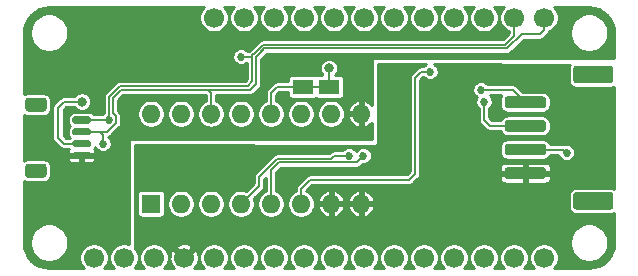
<source format=gbr>
%TF.GenerationSoftware,KiCad,Pcbnew,(5.1.6-0-10_14)*%
%TF.CreationDate,2021-12-01T19:00:34-08:00*%
%TF.ProjectId,NAU7802_Dual_24-bit_ADC_DIP,4e415537-3830-4325-9f44-75616c5f3234,v02_DIP*%
%TF.SameCoordinates,Original*%
%TF.FileFunction,Copper,L2,Bot*%
%TF.FilePolarity,Positive*%
%FSLAX46Y46*%
G04 Gerber Fmt 4.6, Leading zero omitted, Abs format (unit mm)*
G04 Created by KiCad (PCBNEW (5.1.6-0-10_14)) date 2021-12-01 19:00:34*
%MOMM*%
%LPD*%
G01*
G04 APERTURE LIST*
%TA.AperFunction,ComponentPad*%
%ADD10C,1.700000*%
%TD*%
%TA.AperFunction,SMDPad,CuDef*%
%ADD11R,1.800000X1.300000*%
%TD*%
%TA.AperFunction,ComponentPad*%
%ADD12R,1.600000X1.600000*%
%TD*%
%TA.AperFunction,ComponentPad*%
%ADD13O,1.600000X1.600000*%
%TD*%
%TA.AperFunction,ViaPad*%
%ADD14C,0.685800*%
%TD*%
%TA.AperFunction,ViaPad*%
%ADD15C,0.812800*%
%TD*%
%TA.AperFunction,Conductor*%
%ADD16C,0.152400*%
%TD*%
%TA.AperFunction,Conductor*%
%ADD17C,0.203200*%
%TD*%
%TA.AperFunction,Conductor*%
%ADD18C,0.254000*%
%TD*%
G04 APERTURE END LIST*
D10*
%TO.P,M1,28*%
%TO.N,/SDA*%
X172720000Y-91440000D03*
%TO.P,M1,27*%
%TO.N,/SCL*%
X170180000Y-91440000D03*
%TO.P,M1,26*%
%TO.N,Net-(M1-Pad26)*%
X167640000Y-91440000D03*
%TO.P,M1,25*%
%TO.N,Net-(M1-Pad25)*%
X165100000Y-91440000D03*
%TO.P,M1,24*%
%TO.N,Net-(M1-Pad24)*%
X162560000Y-91440000D03*
%TO.P,M1,23*%
%TO.N,Net-(M1-Pad23)*%
X160020000Y-91440000D03*
%TO.P,M1,22*%
%TO.N,Net-(M1-Pad22)*%
X157480000Y-91440000D03*
%TO.P,M1,21*%
%TO.N,/DRDY*%
X154940000Y-91440000D03*
%TO.P,M1,20*%
%TO.N,Net-(M1-Pad20)*%
X152400000Y-91440000D03*
%TO.P,M1,19*%
%TO.N,Net-(M1-Pad19)*%
X149860000Y-91440000D03*
%TO.P,M1,18*%
%TO.N,Net-(M1-Pad18)*%
X147320000Y-91440000D03*
%TO.P,M1,17*%
%TO.N,Net-(M1-Pad17)*%
X144780000Y-91440000D03*
%TO.P,M1,16*%
%TO.N,Net-(M1-Pad16)*%
X172720000Y-111760000D03*
%TO.P,M1,15*%
%TO.N,Net-(M1-Pad15)*%
X170180000Y-111760000D03*
%TO.P,M1,14*%
%TO.N,Net-(M1-Pad14)*%
X167640000Y-111760000D03*
%TO.P,M1,13*%
%TO.N,Net-(M1-Pad13)*%
X165100000Y-111760000D03*
%TO.P,M1,12*%
%TO.N,Net-(M1-Pad12)*%
X162560000Y-111760000D03*
%TO.P,M1,11*%
%TO.N,Net-(M1-Pad11)*%
X160020000Y-111760000D03*
%TO.P,M1,10*%
%TO.N,Net-(M1-Pad10)*%
X157480000Y-111760000D03*
%TO.P,M1,9*%
%TO.N,Net-(M1-Pad9)*%
X154940000Y-111760000D03*
%TO.P,M1,8*%
%TO.N,Net-(M1-Pad8)*%
X152400000Y-111760000D03*
%TO.P,M1,7*%
%TO.N,Net-(M1-Pad7)*%
X149860000Y-111760000D03*
%TO.P,M1,6*%
%TO.N,Net-(M1-Pad6)*%
X147320000Y-111760000D03*
%TO.P,M1,5*%
%TO.N,Net-(M1-Pad5)*%
X144780000Y-111760000D03*
%TO.P,M1,4*%
%TO.N,GND*%
X142240000Y-111760000D03*
%TO.P,M1,3*%
%TO.N,Net-(M1-Pad3)*%
X139700000Y-111760000D03*
%TO.P,M1,2*%
%TO.N,+3V3*%
X137160000Y-111760000D03*
%TO.P,M1,1*%
%TO.N,Net-(M1-Pad1)*%
X134620000Y-111760000D03*
%TD*%
%TO.P,J2,MP*%
%TO.N,N/C*%
%TA.AperFunction,SMDPad,CuDef*%
G36*
G01*
X175440000Y-106200000D02*
X178340000Y-106200000D01*
G75*
G02*
X178590000Y-106450000I0J-250000D01*
G01*
X178590000Y-107450000D01*
G75*
G02*
X178340000Y-107700000I-250000J0D01*
G01*
X175440000Y-107700000D01*
G75*
G02*
X175190000Y-107450000I0J250000D01*
G01*
X175190000Y-106450000D01*
G75*
G02*
X175440000Y-106200000I250000J0D01*
G01*
G37*
%TD.AperFunction*%
%TA.AperFunction,SMDPad,CuDef*%
G36*
G01*
X175440000Y-95500000D02*
X178340000Y-95500000D01*
G75*
G02*
X178590000Y-95750000I0J-250000D01*
G01*
X178590000Y-96750000D01*
G75*
G02*
X178340000Y-97000000I-250000J0D01*
G01*
X175440000Y-97000000D01*
G75*
G02*
X175190000Y-96750000I0J250000D01*
G01*
X175190000Y-95750000D01*
G75*
G02*
X175440000Y-95500000I250000J0D01*
G01*
G37*
%TD.AperFunction*%
%TO.P,J2,4*%
%TO.N,GND*%
%TA.AperFunction,SMDPad,CuDef*%
G36*
G01*
X169640000Y-104100000D02*
X172640000Y-104100000D01*
G75*
G02*
X172890000Y-104350000I0J-250000D01*
G01*
X172890000Y-104850000D01*
G75*
G02*
X172640000Y-105100000I-250000J0D01*
G01*
X169640000Y-105100000D01*
G75*
G02*
X169390000Y-104850000I0J250000D01*
G01*
X169390000Y-104350000D01*
G75*
G02*
X169640000Y-104100000I250000J0D01*
G01*
G37*
%TD.AperFunction*%
%TO.P,J2,3*%
%TO.N,/AVDD*%
%TA.AperFunction,SMDPad,CuDef*%
G36*
G01*
X169640000Y-102100000D02*
X172640000Y-102100000D01*
G75*
G02*
X172890000Y-102350000I0J-250000D01*
G01*
X172890000Y-102850000D01*
G75*
G02*
X172640000Y-103100000I-250000J0D01*
G01*
X169640000Y-103100000D01*
G75*
G02*
X169390000Y-102850000I0J250000D01*
G01*
X169390000Y-102350000D01*
G75*
G02*
X169640000Y-102100000I250000J0D01*
G01*
G37*
%TD.AperFunction*%
%TO.P,J2,2*%
%TO.N,/CELL_B-*%
%TA.AperFunction,SMDPad,CuDef*%
G36*
G01*
X169640000Y-100100000D02*
X172640000Y-100100000D01*
G75*
G02*
X172890000Y-100350000I0J-250000D01*
G01*
X172890000Y-100850000D01*
G75*
G02*
X172640000Y-101100000I-250000J0D01*
G01*
X169640000Y-101100000D01*
G75*
G02*
X169390000Y-100850000I0J250000D01*
G01*
X169390000Y-100350000D01*
G75*
G02*
X169640000Y-100100000I250000J0D01*
G01*
G37*
%TD.AperFunction*%
%TO.P,J2,1*%
%TO.N,/CELL_B+*%
%TA.AperFunction,SMDPad,CuDef*%
G36*
G01*
X169640000Y-98100000D02*
X172640000Y-98100000D01*
G75*
G02*
X172890000Y-98350000I0J-250000D01*
G01*
X172890000Y-98850000D01*
G75*
G02*
X172640000Y-99100000I-250000J0D01*
G01*
X169640000Y-99100000D01*
G75*
G02*
X169390000Y-98850000I0J250000D01*
G01*
X169390000Y-98350000D01*
G75*
G02*
X169640000Y-98100000I250000J0D01*
G01*
G37*
%TD.AperFunction*%
%TD*%
%TO.P,J4,1*%
%TO.N,GND*%
%TA.AperFunction,SMDPad,CuDef*%
G36*
G01*
X134197000Y-103400000D02*
X132947000Y-103400000D01*
G75*
G02*
X132797000Y-103250000I0J150000D01*
G01*
X132797000Y-102950000D01*
G75*
G02*
X132947000Y-102800000I150000J0D01*
G01*
X134197000Y-102800000D01*
G75*
G02*
X134347000Y-102950000I0J-150000D01*
G01*
X134347000Y-103250000D01*
G75*
G02*
X134197000Y-103400000I-150000J0D01*
G01*
G37*
%TD.AperFunction*%
%TO.P,J4,2*%
%TO.N,+3V3*%
%TA.AperFunction,SMDPad,CuDef*%
G36*
G01*
X134197000Y-102400000D02*
X132947000Y-102400000D01*
G75*
G02*
X132797000Y-102250000I0J150000D01*
G01*
X132797000Y-101950000D01*
G75*
G02*
X132947000Y-101800000I150000J0D01*
G01*
X134197000Y-101800000D01*
G75*
G02*
X134347000Y-101950000I0J-150000D01*
G01*
X134347000Y-102250000D01*
G75*
G02*
X134197000Y-102400000I-150000J0D01*
G01*
G37*
%TD.AperFunction*%
%TO.P,J4,3*%
%TO.N,/SDA*%
%TA.AperFunction,SMDPad,CuDef*%
G36*
G01*
X134197000Y-101400000D02*
X132947000Y-101400000D01*
G75*
G02*
X132797000Y-101250000I0J150000D01*
G01*
X132797000Y-100950000D01*
G75*
G02*
X132947000Y-100800000I150000J0D01*
G01*
X134197000Y-100800000D01*
G75*
G02*
X134347000Y-100950000I0J-150000D01*
G01*
X134347000Y-101250000D01*
G75*
G02*
X134197000Y-101400000I-150000J0D01*
G01*
G37*
%TD.AperFunction*%
%TO.P,J4,4*%
%TO.N,/SCL*%
%TA.AperFunction,SMDPad,CuDef*%
G36*
G01*
X134197000Y-100400000D02*
X132947000Y-100400000D01*
G75*
G02*
X132797000Y-100250000I0J150000D01*
G01*
X132797000Y-99950000D01*
G75*
G02*
X132947000Y-99800000I150000J0D01*
G01*
X134197000Y-99800000D01*
G75*
G02*
X134347000Y-99950000I0J-150000D01*
G01*
X134347000Y-100250000D01*
G75*
G02*
X134197000Y-100400000I-150000J0D01*
G01*
G37*
%TD.AperFunction*%
%TO.P,J4,MP*%
%TO.N,N/C*%
%TA.AperFunction,SMDPad,CuDef*%
G36*
G01*
X130347001Y-105000000D02*
X129046999Y-105000000D01*
G75*
G02*
X128797000Y-104750001I0J249999D01*
G01*
X128797000Y-104049999D01*
G75*
G02*
X129046999Y-103800000I249999J0D01*
G01*
X130347001Y-103800000D01*
G75*
G02*
X130597000Y-104049999I0J-249999D01*
G01*
X130597000Y-104750001D01*
G75*
G02*
X130347001Y-105000000I-249999J0D01*
G01*
G37*
%TD.AperFunction*%
%TA.AperFunction,SMDPad,CuDef*%
G36*
G01*
X130347001Y-99400000D02*
X129046999Y-99400000D01*
G75*
G02*
X128797000Y-99150001I0J249999D01*
G01*
X128797000Y-98449999D01*
G75*
G02*
X129046999Y-98200000I249999J0D01*
G01*
X130347001Y-98200000D01*
G75*
G02*
X130597000Y-98449999I0J-249999D01*
G01*
X130597000Y-99150001D01*
G75*
G02*
X130347001Y-99400000I-249999J0D01*
G01*
G37*
%TD.AperFunction*%
%TD*%
D11*
%TO.P,SJ1,2*%
%TO.N,/DRDY*%
X152323800Y-97282000D03*
%TO.P,SJ1,1*%
X154508200Y-97282000D03*
%TD*%
D12*
%TO.P,U1,1*%
%TO.N,/AVDD*%
X139446000Y-107188000D03*
D13*
%TO.P,U1,9*%
%TO.N,GND*%
X157226000Y-99568000D03*
%TO.P,U1,2*%
%TO.N,/A-*%
X141986000Y-107188000D03*
%TO.P,U1,10*%
%TO.N,Net-(U1-Pad10)*%
X154686000Y-99568000D03*
%TO.P,U1,3*%
%TO.N,/A+*%
X144526000Y-107188000D03*
%TO.P,U1,11*%
%TO.N,Net-(U1-Pad11)*%
X152146000Y-99568000D03*
%TO.P,U1,4*%
%TO.N,/B-*%
X147066000Y-107188000D03*
%TO.P,U1,12*%
%TO.N,/DRDY*%
X149606000Y-99568000D03*
%TO.P,U1,5*%
%TO.N,/B+*%
X149606000Y-107188000D03*
%TO.P,U1,13*%
%TO.N,/SCL*%
X147066000Y-99568000D03*
%TO.P,U1,6*%
%TO.N,Net-(C7-Pad1)*%
X152146000Y-107188000D03*
%TO.P,U1,14*%
%TO.N,/SDA*%
X144526000Y-99568000D03*
%TO.P,U1,7*%
%TO.N,GND*%
X154686000Y-107188000D03*
%TO.P,U1,15*%
%TO.N,+3V3*%
X141986000Y-99568000D03*
%TO.P,U1,8*%
%TO.N,GND*%
X157226000Y-107188000D03*
%TO.P,U1,16*%
%TO.N,/AVDD*%
X139446000Y-99568000D03*
%TD*%
D14*
%TO.N,GND*%
X137160000Y-104648000D03*
X130302000Y-101600000D03*
X177800000Y-104140000D03*
X177800000Y-99060000D03*
X173990000Y-93980000D03*
X134620000Y-92837000D03*
X132080000Y-106680000D03*
X172720000Y-109220000D03*
X138430000Y-104648000D03*
X166116000Y-107442000D03*
X163195000Y-101473000D03*
X148590000Y-102870000D03*
X140462000Y-102870000D03*
D15*
%TO.N,+3V3*%
X133604000Y-98552000D03*
D14*
%TO.N,/SCL*%
X135890000Y-100076000D03*
%TO.N,/SDA*%
X135382000Y-102108000D03*
%TO.N,GND*%
X159258000Y-99568000D03*
X159766000Y-107442000D03*
X137160000Y-98806000D03*
%TO.N,Net-(C7-Pad1)*%
X163068000Y-96012000D03*
%TO.N,/SCL*%
X147066000Y-94742000D03*
D15*
%TO.N,/DRDY*%
X154508200Y-95681800D03*
D14*
%TO.N,/B+*%
X157429190Y-103124000D03*
%TO.N,/B-*%
X156210000Y-103124000D03*
%TO.N,/AVDD*%
X174625000Y-102870000D03*
%TO.N,/CELL_B+*%
X167386000Y-97536000D03*
%TO.N,/CELL_B-*%
X167640000Y-98552000D03*
%TD*%
D16*
%TO.N,/SCL*%
X134104000Y-100076000D02*
X134080000Y-100100000D01*
%TO.N,/DRDY*%
X152278000Y-97236200D02*
X152323800Y-97282000D01*
X154508200Y-97282000D02*
X154508200Y-95681800D01*
X152323800Y-97282000D02*
X154508200Y-97282000D01*
D17*
%TO.N,+3V3*%
X133572000Y-102100000D02*
X132072000Y-102100000D01*
X132072000Y-102100000D02*
X131572000Y-101600000D01*
X131572000Y-101600000D02*
X131572000Y-99060000D01*
X132080000Y-98552000D02*
X133604000Y-98552000D01*
X131572000Y-99060000D02*
X132080000Y-98552000D01*
D16*
%TO.N,Net-(C7-Pad1)*%
X152908000Y-105156000D02*
X152146000Y-105918000D01*
X152146000Y-105918000D02*
X152146000Y-107188000D01*
X161798000Y-104648000D02*
X161290000Y-105156000D01*
X161798000Y-96520000D02*
X161798000Y-104648000D01*
X161290000Y-105156000D02*
X152908000Y-105156000D01*
X162306000Y-96012000D02*
X161798000Y-96520000D01*
X163068000Y-96012000D02*
X162306000Y-96012000D01*
%TO.N,/SCL*%
X133596000Y-100076000D02*
X133572000Y-100100000D01*
X135890000Y-100076000D02*
X133596000Y-100076000D01*
%TO.N,/SDA*%
X135382000Y-102108000D02*
X135382000Y-101346000D01*
X135136000Y-101100000D02*
X133572000Y-101100000D01*
X135382000Y-101346000D02*
X135136000Y-101100000D01*
%TO.N,/SCL*%
X146812000Y-99314000D02*
X147066000Y-99568000D01*
X170180000Y-92964000D02*
X170180000Y-91440000D01*
X148920934Y-93726000D02*
X169418000Y-93726000D01*
X169418000Y-93726000D02*
X170180000Y-92964000D01*
X135890000Y-98120934D02*
X136779743Y-97231191D01*
X135890000Y-100076000D02*
X135890000Y-98120934D01*
X147980381Y-94666553D02*
X148120467Y-94526467D01*
X147904934Y-94742000D02*
X148120467Y-94526467D01*
X147066000Y-94742000D02*
X147904934Y-94742000D01*
X136779743Y-97231191D02*
X146507191Y-97231191D01*
X147624809Y-97231191D02*
X148031190Y-96824810D01*
X146507191Y-97231191D02*
X147624809Y-97231191D01*
X148031190Y-96824810D02*
X148031190Y-94615744D01*
X148247467Y-94399467D02*
X148920934Y-93726000D01*
X148031190Y-94615744D02*
X148247467Y-94399467D01*
X148120467Y-94526467D02*
X148247467Y-94399467D01*
%TO.N,/SDA*%
X172339000Y-92837000D02*
X172720000Y-92456000D01*
X169621190Y-94030810D02*
X170815000Y-92837000D01*
X170815000Y-92837000D02*
X172339000Y-92837000D01*
X149047190Y-94030810D02*
X169621190Y-94030810D01*
X172720000Y-92456000D02*
X172720000Y-91440000D01*
X144526000Y-99568000D02*
X144526000Y-100330000D01*
X148336000Y-94742000D02*
X149047190Y-94030810D01*
X135711822Y-101100000D02*
X136461501Y-100350321D01*
X136461501Y-99801679D02*
X136194810Y-99534988D01*
X136194810Y-98247190D02*
X136906000Y-97536000D01*
X136194810Y-99534988D02*
X136194810Y-98247190D01*
X136461501Y-100350321D02*
X136461501Y-99801679D01*
X135136000Y-101100000D02*
X135711822Y-101100000D01*
X144526000Y-97790002D02*
X144271999Y-97536001D01*
X144526000Y-99568000D02*
X144526000Y-97790002D01*
X144271999Y-97536001D02*
X146633447Y-97536001D01*
X136906000Y-97536000D02*
X144271999Y-97536001D01*
X146633447Y-97536001D02*
X147827999Y-97536001D01*
X147827999Y-97536001D02*
X148336000Y-97028000D01*
X148336000Y-94742000D02*
X148844000Y-94234000D01*
X148336000Y-97028000D02*
X148336000Y-94742000D01*
X148844000Y-94234000D02*
X149047190Y-94030810D01*
%TO.N,/DRDY*%
X149606000Y-99568000D02*
X149606000Y-97790000D01*
X150114000Y-97282000D02*
X152323800Y-97282000D01*
X149606000Y-97790000D02*
X150114000Y-97282000D01*
X154508200Y-95681800D02*
X154508200Y-95681800D01*
%TO.N,/B+*%
X149606000Y-107188000D02*
X149606000Y-104317066D01*
X149606000Y-104317066D02*
X150240256Y-103682810D01*
X154901881Y-103695501D02*
X156857689Y-103695501D01*
X156857689Y-103695501D02*
X157429190Y-103124000D01*
X154889190Y-103682810D02*
X154901881Y-103695501D01*
X150240256Y-103682810D02*
X154889190Y-103682810D01*
%TO.N,/B-*%
X147066000Y-107188000D02*
X148590000Y-105664000D01*
X148590000Y-105664000D02*
X148590000Y-104902000D01*
X148590000Y-104902000D02*
X150114000Y-103378000D01*
X150114000Y-103378000D02*
X154686000Y-103378000D01*
X154940000Y-103124000D02*
X156210000Y-103124000D01*
X154686000Y-103378000D02*
X154940000Y-103124000D01*
%TO.N,/AVDD*%
X174355000Y-102600000D02*
X174625000Y-102870000D01*
X171140000Y-102600000D02*
X174355000Y-102600000D01*
%TO.N,/CELL_B+*%
X170076000Y-97536000D02*
X167386000Y-97536000D01*
X171140000Y-98600000D02*
X170076000Y-97536000D01*
%TO.N,/CELL_B-*%
X167640000Y-98552000D02*
X167640000Y-100076000D01*
X168164000Y-100600000D02*
X171140000Y-100600000D01*
X167640000Y-100076000D02*
X168164000Y-100600000D01*
%TD*%
D18*
%TO.N,GND*%
G36*
X162700755Y-95386758D02*
G01*
X162606540Y-95449710D01*
X162505710Y-95550540D01*
X162502864Y-95554800D01*
X162328449Y-95554800D01*
X162305999Y-95552589D01*
X162283549Y-95554800D01*
X162283540Y-95554800D01*
X162216373Y-95561415D01*
X162130191Y-95587559D01*
X162121559Y-95592173D01*
X162050763Y-95630013D01*
X162015029Y-95659340D01*
X161981147Y-95687147D01*
X161966830Y-95704592D01*
X161490597Y-96180826D01*
X161473147Y-96195147D01*
X161416013Y-96264765D01*
X161373559Y-96344192D01*
X161347415Y-96430374D01*
X161340800Y-96497541D01*
X161340800Y-96497550D01*
X161338589Y-96520000D01*
X161340800Y-96542450D01*
X161340801Y-104458621D01*
X161100623Y-104698800D01*
X152930450Y-104698800D01*
X152908000Y-104696589D01*
X152885550Y-104698800D01*
X152885540Y-104698800D01*
X152818373Y-104705415D01*
X152752249Y-104725474D01*
X152732190Y-104731559D01*
X152652764Y-104774013D01*
X152600592Y-104816829D01*
X152600586Y-104816835D01*
X152583147Y-104831147D01*
X152568835Y-104848587D01*
X151838597Y-105578826D01*
X151821147Y-105593147D01*
X151764013Y-105662765D01*
X151721559Y-105742192D01*
X151695415Y-105828374D01*
X151688800Y-105895541D01*
X151688800Y-105895550D01*
X151686589Y-105918000D01*
X151688800Y-105940450D01*
X151688800Y-106099074D01*
X151586587Y-106141412D01*
X151393157Y-106270658D01*
X151228658Y-106435157D01*
X151099412Y-106628587D01*
X151010386Y-106843515D01*
X150965000Y-107071682D01*
X150965000Y-107304318D01*
X151010386Y-107532485D01*
X151099412Y-107747413D01*
X151228658Y-107940843D01*
X151393157Y-108105342D01*
X151586587Y-108234588D01*
X151801515Y-108323614D01*
X152029682Y-108369000D01*
X152262318Y-108369000D01*
X152490485Y-108323614D01*
X152705413Y-108234588D01*
X152898843Y-108105342D01*
X153063342Y-107940843D01*
X153192588Y-107747413D01*
X153281614Y-107532485D01*
X153288649Y-107497115D01*
X153546165Y-107497115D01*
X153628372Y-107713546D01*
X153751223Y-107909781D01*
X153909997Y-108078278D01*
X154098592Y-108212562D01*
X154309761Y-108307473D01*
X154376886Y-108327829D01*
X154559000Y-108266297D01*
X154559000Y-107315000D01*
X154813000Y-107315000D01*
X154813000Y-108266297D01*
X154995114Y-108327829D01*
X155062239Y-108307473D01*
X155273408Y-108212562D01*
X155462003Y-108078278D01*
X155620777Y-107909781D01*
X155743628Y-107713546D01*
X155825835Y-107497115D01*
X156086165Y-107497115D01*
X156168372Y-107713546D01*
X156291223Y-107909781D01*
X156449997Y-108078278D01*
X156638592Y-108212562D01*
X156849761Y-108307473D01*
X156916886Y-108327829D01*
X157099000Y-108266297D01*
X157099000Y-107315000D01*
X157353000Y-107315000D01*
X157353000Y-108266297D01*
X157535114Y-108327829D01*
X157602239Y-108307473D01*
X157813408Y-108212562D01*
X158002003Y-108078278D01*
X158160777Y-107909781D01*
X158283628Y-107713546D01*
X158365835Y-107497115D01*
X158304908Y-107315000D01*
X157353000Y-107315000D01*
X157099000Y-107315000D01*
X156147092Y-107315000D01*
X156086165Y-107497115D01*
X155825835Y-107497115D01*
X155764908Y-107315000D01*
X154813000Y-107315000D01*
X154559000Y-107315000D01*
X153607092Y-107315000D01*
X153546165Y-107497115D01*
X153288649Y-107497115D01*
X153327000Y-107304318D01*
X153327000Y-107071682D01*
X153288650Y-106878885D01*
X153546165Y-106878885D01*
X153607092Y-107061000D01*
X154559000Y-107061000D01*
X154559000Y-106109703D01*
X154813000Y-106109703D01*
X154813000Y-107061000D01*
X155764908Y-107061000D01*
X155825835Y-106878885D01*
X156086165Y-106878885D01*
X156147092Y-107061000D01*
X157099000Y-107061000D01*
X157099000Y-106109703D01*
X157353000Y-106109703D01*
X157353000Y-107061000D01*
X158304908Y-107061000D01*
X158365835Y-106878885D01*
X158283628Y-106662454D01*
X158160777Y-106466219D01*
X158002003Y-106297722D01*
X157813408Y-106163438D01*
X157602239Y-106068527D01*
X157535114Y-106048171D01*
X157353000Y-106109703D01*
X157099000Y-106109703D01*
X156916886Y-106048171D01*
X156849761Y-106068527D01*
X156638592Y-106163438D01*
X156449997Y-106297722D01*
X156291223Y-106466219D01*
X156168372Y-106662454D01*
X156086165Y-106878885D01*
X155825835Y-106878885D01*
X155743628Y-106662454D01*
X155620777Y-106466219D01*
X155462003Y-106297722D01*
X155273408Y-106163438D01*
X155062239Y-106068527D01*
X154995114Y-106048171D01*
X154813000Y-106109703D01*
X154559000Y-106109703D01*
X154376886Y-106048171D01*
X154309761Y-106068527D01*
X154098592Y-106163438D01*
X153909997Y-106297722D01*
X153751223Y-106466219D01*
X153628372Y-106662454D01*
X153546165Y-106878885D01*
X153288650Y-106878885D01*
X153281614Y-106843515D01*
X153192588Y-106628587D01*
X153063342Y-106435157D01*
X152898843Y-106270658D01*
X152705413Y-106141412D01*
X152609071Y-106101506D01*
X153097379Y-105613200D01*
X161267550Y-105613200D01*
X161290000Y-105615411D01*
X161312450Y-105613200D01*
X161312460Y-105613200D01*
X161379627Y-105606585D01*
X161465809Y-105580441D01*
X161545236Y-105537987D01*
X161614853Y-105480853D01*
X161629174Y-105463403D01*
X161992577Y-105100000D01*
X169007157Y-105100000D01*
X169014513Y-105174689D01*
X169036299Y-105246508D01*
X169071678Y-105312696D01*
X169119289Y-105370711D01*
X169177304Y-105418322D01*
X169243492Y-105453701D01*
X169315311Y-105475487D01*
X169390000Y-105482843D01*
X170917750Y-105481000D01*
X171013000Y-105385750D01*
X171013000Y-104727000D01*
X171267000Y-104727000D01*
X171267000Y-105385750D01*
X171362250Y-105481000D01*
X172890000Y-105482843D01*
X172964689Y-105475487D01*
X173036508Y-105453701D01*
X173102696Y-105418322D01*
X173160711Y-105370711D01*
X173208322Y-105312696D01*
X173243701Y-105246508D01*
X173265487Y-105174689D01*
X173272843Y-105100000D01*
X173271000Y-104822250D01*
X173175750Y-104727000D01*
X171267000Y-104727000D01*
X171013000Y-104727000D01*
X169104250Y-104727000D01*
X169009000Y-104822250D01*
X169007157Y-105100000D01*
X161992577Y-105100000D01*
X162105408Y-104987170D01*
X162122853Y-104972853D01*
X162137170Y-104955408D01*
X162179987Y-104903237D01*
X162209194Y-104848593D01*
X162222441Y-104823809D01*
X162248585Y-104737627D01*
X162255200Y-104670460D01*
X162255200Y-104670451D01*
X162257411Y-104648001D01*
X162255200Y-104625551D01*
X162255200Y-104100000D01*
X169007157Y-104100000D01*
X169009000Y-104377750D01*
X169104250Y-104473000D01*
X171013000Y-104473000D01*
X171013000Y-103814250D01*
X171267000Y-103814250D01*
X171267000Y-104473000D01*
X173175750Y-104473000D01*
X173271000Y-104377750D01*
X173272843Y-104100000D01*
X173265487Y-104025311D01*
X173243701Y-103953492D01*
X173208322Y-103887304D01*
X173160711Y-103829289D01*
X173102696Y-103781678D01*
X173036508Y-103746299D01*
X172964689Y-103724513D01*
X172890000Y-103717157D01*
X171362250Y-103719000D01*
X171267000Y-103814250D01*
X171013000Y-103814250D01*
X170917750Y-103719000D01*
X169390000Y-103717157D01*
X169315311Y-103724513D01*
X169243492Y-103746299D01*
X169177304Y-103781678D01*
X169119289Y-103829289D01*
X169071678Y-103887304D01*
X169036299Y-103953492D01*
X169014513Y-104025311D01*
X169007157Y-104100000D01*
X162255200Y-104100000D01*
X162255200Y-102350000D01*
X169007157Y-102350000D01*
X169007157Y-102850000D01*
X169019317Y-102973462D01*
X169055329Y-103092179D01*
X169113810Y-103201589D01*
X169192512Y-103297488D01*
X169288411Y-103376190D01*
X169397821Y-103434671D01*
X169516538Y-103470683D01*
X169640000Y-103482843D01*
X172640000Y-103482843D01*
X172763462Y-103470683D01*
X172882179Y-103434671D01*
X172991589Y-103376190D01*
X173087488Y-103297488D01*
X173166190Y-103201589D01*
X173224671Y-103092179D01*
X173235282Y-103057200D01*
X173924154Y-103057200D01*
X173928919Y-103081154D01*
X173983488Y-103212895D01*
X174062710Y-103331460D01*
X174163540Y-103432290D01*
X174282105Y-103511512D01*
X174413846Y-103566081D01*
X174553702Y-103593900D01*
X174696298Y-103593900D01*
X174836154Y-103566081D01*
X174967895Y-103511512D01*
X175086460Y-103432290D01*
X175187290Y-103331460D01*
X175266512Y-103212895D01*
X175321081Y-103081154D01*
X175348900Y-102941298D01*
X175348900Y-102798702D01*
X175321081Y-102658846D01*
X175266512Y-102527105D01*
X175187290Y-102408540D01*
X175086460Y-102307710D01*
X174967895Y-102228488D01*
X174836154Y-102173919D01*
X174696298Y-102146100D01*
X174553702Y-102146100D01*
X174481223Y-102160517D01*
X174444627Y-102149415D01*
X174377460Y-102142800D01*
X174377450Y-102142800D01*
X174355000Y-102140589D01*
X174332550Y-102142800D01*
X173235282Y-102142800D01*
X173224671Y-102107821D01*
X173166190Y-101998411D01*
X173087488Y-101902512D01*
X172991589Y-101823810D01*
X172882179Y-101765329D01*
X172763462Y-101729317D01*
X172640000Y-101717157D01*
X169640000Y-101717157D01*
X169516538Y-101729317D01*
X169397821Y-101765329D01*
X169288411Y-101823810D01*
X169192512Y-101902512D01*
X169113810Y-101998411D01*
X169055329Y-102107821D01*
X169019317Y-102226538D01*
X169007157Y-102350000D01*
X162255200Y-102350000D01*
X162255200Y-97464702D01*
X166662100Y-97464702D01*
X166662100Y-97607298D01*
X166689919Y-97747154D01*
X166744488Y-97878895D01*
X166823710Y-97997460D01*
X166924540Y-98098290D01*
X167026853Y-98166653D01*
X166998488Y-98209105D01*
X166943919Y-98340846D01*
X166916100Y-98480702D01*
X166916100Y-98623298D01*
X166943919Y-98763154D01*
X166998488Y-98894895D01*
X167077710Y-99013460D01*
X167178540Y-99114290D01*
X167182800Y-99117137D01*
X167182801Y-100053540D01*
X167180589Y-100076000D01*
X167182801Y-100098460D01*
X167185653Y-100127413D01*
X167189416Y-100165626D01*
X167215560Y-100251809D01*
X167237359Y-100292592D01*
X167258014Y-100331236D01*
X167315148Y-100400853D01*
X167332592Y-100415169D01*
X167824830Y-100907408D01*
X167839147Y-100924853D01*
X167908764Y-100981987D01*
X167988191Y-101024441D01*
X168074373Y-101050585D01*
X168141540Y-101057200D01*
X168141550Y-101057200D01*
X168164000Y-101059411D01*
X168186450Y-101057200D01*
X169044718Y-101057200D01*
X169055329Y-101092179D01*
X169113810Y-101201589D01*
X169192512Y-101297488D01*
X169288411Y-101376190D01*
X169397821Y-101434671D01*
X169516538Y-101470683D01*
X169640000Y-101482843D01*
X172640000Y-101482843D01*
X172763462Y-101470683D01*
X172882179Y-101434671D01*
X172991589Y-101376190D01*
X173087488Y-101297488D01*
X173166190Y-101201589D01*
X173224671Y-101092179D01*
X173260683Y-100973462D01*
X173272843Y-100850000D01*
X173272843Y-100350000D01*
X173260683Y-100226538D01*
X173224671Y-100107821D01*
X173166190Y-99998411D01*
X173087488Y-99902512D01*
X172991589Y-99823810D01*
X172882179Y-99765329D01*
X172763462Y-99729317D01*
X172640000Y-99717157D01*
X169640000Y-99717157D01*
X169516538Y-99729317D01*
X169397821Y-99765329D01*
X169288411Y-99823810D01*
X169192512Y-99902512D01*
X169113810Y-99998411D01*
X169055329Y-100107821D01*
X169044718Y-100142800D01*
X168353378Y-100142800D01*
X168097200Y-99886623D01*
X168097200Y-99117136D01*
X168101460Y-99114290D01*
X168202290Y-99013460D01*
X168281512Y-98894895D01*
X168336081Y-98763154D01*
X168363900Y-98623298D01*
X168363900Y-98480702D01*
X168336081Y-98340846D01*
X168281512Y-98209105D01*
X168202290Y-98090540D01*
X168104950Y-97993200D01*
X169118087Y-97993200D01*
X169113810Y-97998411D01*
X169055329Y-98107821D01*
X169019317Y-98226538D01*
X169007157Y-98350000D01*
X169007157Y-98850000D01*
X169019317Y-98973462D01*
X169055329Y-99092179D01*
X169113810Y-99201589D01*
X169192512Y-99297488D01*
X169288411Y-99376190D01*
X169397821Y-99434671D01*
X169516538Y-99470683D01*
X169640000Y-99482843D01*
X172640000Y-99482843D01*
X172763462Y-99470683D01*
X172882179Y-99434671D01*
X172991589Y-99376190D01*
X173087488Y-99297488D01*
X173166190Y-99201589D01*
X173224671Y-99092179D01*
X173260683Y-98973462D01*
X173272843Y-98850000D01*
X173272843Y-98350000D01*
X173260683Y-98226538D01*
X173224671Y-98107821D01*
X173166190Y-97998411D01*
X173087488Y-97902512D01*
X172991589Y-97823810D01*
X172882179Y-97765329D01*
X172763462Y-97729317D01*
X172640000Y-97717157D01*
X170903734Y-97717157D01*
X170415174Y-97228597D01*
X170400853Y-97211147D01*
X170331236Y-97154013D01*
X170251809Y-97111559D01*
X170165627Y-97085415D01*
X170098460Y-97078800D01*
X170098450Y-97078800D01*
X170076000Y-97076589D01*
X170053550Y-97078800D01*
X167951136Y-97078800D01*
X167948290Y-97074540D01*
X167847460Y-96973710D01*
X167728895Y-96894488D01*
X167597154Y-96839919D01*
X167457298Y-96812100D01*
X167314702Y-96812100D01*
X167174846Y-96839919D01*
X167043105Y-96894488D01*
X166924540Y-96973710D01*
X166823710Y-97074540D01*
X166744488Y-97193105D01*
X166689919Y-97324846D01*
X166662100Y-97464702D01*
X162255200Y-97464702D01*
X162255200Y-96709377D01*
X162495378Y-96469200D01*
X162502864Y-96469200D01*
X162505710Y-96473460D01*
X162606540Y-96574290D01*
X162725105Y-96653512D01*
X162856846Y-96708081D01*
X162996702Y-96735900D01*
X163139298Y-96735900D01*
X163279154Y-96708081D01*
X163410895Y-96653512D01*
X163529460Y-96574290D01*
X163630290Y-96473460D01*
X163709512Y-96354895D01*
X163764081Y-96223154D01*
X163791900Y-96083298D01*
X163791900Y-95940702D01*
X163764081Y-95800846D01*
X163709512Y-95669105D01*
X163630290Y-95550540D01*
X163529460Y-95449710D01*
X163437805Y-95388469D01*
X174904900Y-95415081D01*
X174855329Y-95507821D01*
X174819317Y-95626538D01*
X174807157Y-95750000D01*
X174807157Y-96750000D01*
X174819317Y-96873462D01*
X174855329Y-96992179D01*
X174913810Y-97101589D01*
X174992512Y-97197488D01*
X175088411Y-97276190D01*
X175197821Y-97334671D01*
X175316538Y-97370683D01*
X175440000Y-97382843D01*
X178340000Y-97382843D01*
X178463462Y-97370683D01*
X178582179Y-97334671D01*
X178664000Y-97290937D01*
X178664001Y-105909064D01*
X178582179Y-105865329D01*
X178463462Y-105829317D01*
X178340000Y-105817157D01*
X175440000Y-105817157D01*
X175316538Y-105829317D01*
X175197821Y-105865329D01*
X175088411Y-105923810D01*
X174992512Y-106002512D01*
X174913810Y-106098411D01*
X174855329Y-106207821D01*
X174819317Y-106326538D01*
X174807157Y-106450000D01*
X174807157Y-107450000D01*
X174819317Y-107573462D01*
X174855329Y-107692179D01*
X174913810Y-107801589D01*
X174992512Y-107897488D01*
X175088411Y-107976190D01*
X175197821Y-108034671D01*
X175316538Y-108070683D01*
X175440000Y-108082843D01*
X178340000Y-108082843D01*
X178463462Y-108070683D01*
X178582179Y-108034671D01*
X178664001Y-107990936D01*
X178664001Y-110470136D01*
X178621449Y-110904115D01*
X178501181Y-111302464D01*
X178305831Y-111669862D01*
X178042845Y-111992315D01*
X177722226Y-112257554D01*
X177356204Y-112455461D01*
X176958708Y-112578506D01*
X176525863Y-112624000D01*
X173596897Y-112624000D01*
X173676180Y-112544717D01*
X173810898Y-112343097D01*
X173903693Y-112119069D01*
X173951000Y-111881243D01*
X173951000Y-111638757D01*
X173903693Y-111400931D01*
X173810898Y-111176903D01*
X173676180Y-110975283D01*
X173504717Y-110803820D01*
X173303097Y-110669102D01*
X173079069Y-110576307D01*
X172841243Y-110529000D01*
X172598757Y-110529000D01*
X172360931Y-110576307D01*
X172136903Y-110669102D01*
X171935283Y-110803820D01*
X171763820Y-110975283D01*
X171629102Y-111176903D01*
X171536307Y-111400931D01*
X171489000Y-111638757D01*
X171489000Y-111881243D01*
X171536307Y-112119069D01*
X171629102Y-112343097D01*
X171763820Y-112544717D01*
X171843103Y-112624000D01*
X171056897Y-112624000D01*
X171136180Y-112544717D01*
X171270898Y-112343097D01*
X171363693Y-112119069D01*
X171411000Y-111881243D01*
X171411000Y-111638757D01*
X171363693Y-111400931D01*
X171270898Y-111176903D01*
X171136180Y-110975283D01*
X170964717Y-110803820D01*
X170763097Y-110669102D01*
X170539069Y-110576307D01*
X170301243Y-110529000D01*
X170058757Y-110529000D01*
X169820931Y-110576307D01*
X169596903Y-110669102D01*
X169395283Y-110803820D01*
X169223820Y-110975283D01*
X169089102Y-111176903D01*
X168996307Y-111400931D01*
X168949000Y-111638757D01*
X168949000Y-111881243D01*
X168996307Y-112119069D01*
X169089102Y-112343097D01*
X169223820Y-112544717D01*
X169303103Y-112624000D01*
X168516897Y-112624000D01*
X168596180Y-112544717D01*
X168730898Y-112343097D01*
X168823693Y-112119069D01*
X168871000Y-111881243D01*
X168871000Y-111638757D01*
X168823693Y-111400931D01*
X168730898Y-111176903D01*
X168596180Y-110975283D01*
X168424717Y-110803820D01*
X168223097Y-110669102D01*
X167999069Y-110576307D01*
X167761243Y-110529000D01*
X167518757Y-110529000D01*
X167280931Y-110576307D01*
X167056903Y-110669102D01*
X166855283Y-110803820D01*
X166683820Y-110975283D01*
X166549102Y-111176903D01*
X166456307Y-111400931D01*
X166409000Y-111638757D01*
X166409000Y-111881243D01*
X166456307Y-112119069D01*
X166549102Y-112343097D01*
X166683820Y-112544717D01*
X166763103Y-112624000D01*
X165976897Y-112624000D01*
X166056180Y-112544717D01*
X166190898Y-112343097D01*
X166283693Y-112119069D01*
X166331000Y-111881243D01*
X166331000Y-111638757D01*
X166283693Y-111400931D01*
X166190898Y-111176903D01*
X166056180Y-110975283D01*
X165884717Y-110803820D01*
X165683097Y-110669102D01*
X165459069Y-110576307D01*
X165221243Y-110529000D01*
X164978757Y-110529000D01*
X164740931Y-110576307D01*
X164516903Y-110669102D01*
X164315283Y-110803820D01*
X164143820Y-110975283D01*
X164009102Y-111176903D01*
X163916307Y-111400931D01*
X163869000Y-111638757D01*
X163869000Y-111881243D01*
X163916307Y-112119069D01*
X164009102Y-112343097D01*
X164143820Y-112544717D01*
X164223103Y-112624000D01*
X163436897Y-112624000D01*
X163516180Y-112544717D01*
X163650898Y-112343097D01*
X163743693Y-112119069D01*
X163791000Y-111881243D01*
X163791000Y-111638757D01*
X163743693Y-111400931D01*
X163650898Y-111176903D01*
X163516180Y-110975283D01*
X163344717Y-110803820D01*
X163143097Y-110669102D01*
X162919069Y-110576307D01*
X162681243Y-110529000D01*
X162438757Y-110529000D01*
X162200931Y-110576307D01*
X161976903Y-110669102D01*
X161775283Y-110803820D01*
X161603820Y-110975283D01*
X161469102Y-111176903D01*
X161376307Y-111400931D01*
X161329000Y-111638757D01*
X161329000Y-111881243D01*
X161376307Y-112119069D01*
X161469102Y-112343097D01*
X161603820Y-112544717D01*
X161683103Y-112624000D01*
X160896897Y-112624000D01*
X160976180Y-112544717D01*
X161110898Y-112343097D01*
X161203693Y-112119069D01*
X161251000Y-111881243D01*
X161251000Y-111638757D01*
X161203693Y-111400931D01*
X161110898Y-111176903D01*
X160976180Y-110975283D01*
X160804717Y-110803820D01*
X160603097Y-110669102D01*
X160379069Y-110576307D01*
X160141243Y-110529000D01*
X159898757Y-110529000D01*
X159660931Y-110576307D01*
X159436903Y-110669102D01*
X159235283Y-110803820D01*
X159063820Y-110975283D01*
X158929102Y-111176903D01*
X158836307Y-111400931D01*
X158789000Y-111638757D01*
X158789000Y-111881243D01*
X158836307Y-112119069D01*
X158929102Y-112343097D01*
X159063820Y-112544717D01*
X159143103Y-112624000D01*
X158356897Y-112624000D01*
X158436180Y-112544717D01*
X158570898Y-112343097D01*
X158663693Y-112119069D01*
X158711000Y-111881243D01*
X158711000Y-111638757D01*
X158663693Y-111400931D01*
X158570898Y-111176903D01*
X158436180Y-110975283D01*
X158264717Y-110803820D01*
X158063097Y-110669102D01*
X157839069Y-110576307D01*
X157601243Y-110529000D01*
X157358757Y-110529000D01*
X157120931Y-110576307D01*
X156896903Y-110669102D01*
X156695283Y-110803820D01*
X156523820Y-110975283D01*
X156389102Y-111176903D01*
X156296307Y-111400931D01*
X156249000Y-111638757D01*
X156249000Y-111881243D01*
X156296307Y-112119069D01*
X156389102Y-112343097D01*
X156523820Y-112544717D01*
X156603103Y-112624000D01*
X155816897Y-112624000D01*
X155896180Y-112544717D01*
X156030898Y-112343097D01*
X156123693Y-112119069D01*
X156171000Y-111881243D01*
X156171000Y-111638757D01*
X156123693Y-111400931D01*
X156030898Y-111176903D01*
X155896180Y-110975283D01*
X155724717Y-110803820D01*
X155523097Y-110669102D01*
X155299069Y-110576307D01*
X155061243Y-110529000D01*
X154818757Y-110529000D01*
X154580931Y-110576307D01*
X154356903Y-110669102D01*
X154155283Y-110803820D01*
X153983820Y-110975283D01*
X153849102Y-111176903D01*
X153756307Y-111400931D01*
X153709000Y-111638757D01*
X153709000Y-111881243D01*
X153756307Y-112119069D01*
X153849102Y-112343097D01*
X153983820Y-112544717D01*
X154063103Y-112624000D01*
X153276897Y-112624000D01*
X153356180Y-112544717D01*
X153490898Y-112343097D01*
X153583693Y-112119069D01*
X153631000Y-111881243D01*
X153631000Y-111638757D01*
X153583693Y-111400931D01*
X153490898Y-111176903D01*
X153356180Y-110975283D01*
X153184717Y-110803820D01*
X152983097Y-110669102D01*
X152759069Y-110576307D01*
X152521243Y-110529000D01*
X152278757Y-110529000D01*
X152040931Y-110576307D01*
X151816903Y-110669102D01*
X151615283Y-110803820D01*
X151443820Y-110975283D01*
X151309102Y-111176903D01*
X151216307Y-111400931D01*
X151169000Y-111638757D01*
X151169000Y-111881243D01*
X151216307Y-112119069D01*
X151309102Y-112343097D01*
X151443820Y-112544717D01*
X151523103Y-112624000D01*
X150736897Y-112624000D01*
X150816180Y-112544717D01*
X150950898Y-112343097D01*
X151043693Y-112119069D01*
X151091000Y-111881243D01*
X151091000Y-111638757D01*
X151043693Y-111400931D01*
X150950898Y-111176903D01*
X150816180Y-110975283D01*
X150644717Y-110803820D01*
X150443097Y-110669102D01*
X150219069Y-110576307D01*
X149981243Y-110529000D01*
X149738757Y-110529000D01*
X149500931Y-110576307D01*
X149276903Y-110669102D01*
X149075283Y-110803820D01*
X148903820Y-110975283D01*
X148769102Y-111176903D01*
X148676307Y-111400931D01*
X148629000Y-111638757D01*
X148629000Y-111881243D01*
X148676307Y-112119069D01*
X148769102Y-112343097D01*
X148903820Y-112544717D01*
X148983103Y-112624000D01*
X148196897Y-112624000D01*
X148276180Y-112544717D01*
X148410898Y-112343097D01*
X148503693Y-112119069D01*
X148551000Y-111881243D01*
X148551000Y-111638757D01*
X148503693Y-111400931D01*
X148410898Y-111176903D01*
X148276180Y-110975283D01*
X148104717Y-110803820D01*
X147903097Y-110669102D01*
X147679069Y-110576307D01*
X147441243Y-110529000D01*
X147198757Y-110529000D01*
X146960931Y-110576307D01*
X146736903Y-110669102D01*
X146535283Y-110803820D01*
X146363820Y-110975283D01*
X146229102Y-111176903D01*
X146136307Y-111400931D01*
X146089000Y-111638757D01*
X146089000Y-111881243D01*
X146136307Y-112119069D01*
X146229102Y-112343097D01*
X146363820Y-112544717D01*
X146443103Y-112624000D01*
X145656897Y-112624000D01*
X145736180Y-112544717D01*
X145870898Y-112343097D01*
X145963693Y-112119069D01*
X146011000Y-111881243D01*
X146011000Y-111638757D01*
X145963693Y-111400931D01*
X145870898Y-111176903D01*
X145736180Y-110975283D01*
X145564717Y-110803820D01*
X145363097Y-110669102D01*
X145139069Y-110576307D01*
X144901243Y-110529000D01*
X144658757Y-110529000D01*
X144420931Y-110576307D01*
X144196903Y-110669102D01*
X143995283Y-110803820D01*
X143823820Y-110975283D01*
X143689102Y-111176903D01*
X143596307Y-111400931D01*
X143549000Y-111638757D01*
X143549000Y-111881243D01*
X143596307Y-112119069D01*
X143689102Y-112343097D01*
X143823820Y-112544717D01*
X143903103Y-112624000D01*
X143124452Y-112624000D01*
X143204030Y-112544422D01*
X143132102Y-112472494D01*
X143310078Y-112380477D01*
X143410566Y-112159793D01*
X143466069Y-111923745D01*
X143474456Y-111681404D01*
X143435402Y-111442083D01*
X143350411Y-111214980D01*
X143310078Y-111139523D01*
X143132100Y-111047505D01*
X142419605Y-111760000D01*
X142433748Y-111774143D01*
X142254143Y-111953748D01*
X142240000Y-111939605D01*
X142225858Y-111953748D01*
X142046253Y-111774143D01*
X142060395Y-111760000D01*
X141347900Y-111047505D01*
X141169922Y-111139523D01*
X141069434Y-111360207D01*
X141013931Y-111596255D01*
X141005544Y-111838596D01*
X141044598Y-112077917D01*
X141129589Y-112305020D01*
X141169922Y-112380477D01*
X141347898Y-112472494D01*
X141275970Y-112544422D01*
X141355548Y-112624000D01*
X140576897Y-112624000D01*
X140656180Y-112544717D01*
X140790898Y-112343097D01*
X140883693Y-112119069D01*
X140931000Y-111881243D01*
X140931000Y-111638757D01*
X140883693Y-111400931D01*
X140790898Y-111176903D01*
X140656180Y-110975283D01*
X140548797Y-110867900D01*
X141527505Y-110867900D01*
X142240000Y-111580395D01*
X142952495Y-110867900D01*
X142860477Y-110689922D01*
X142639793Y-110589434D01*
X142403745Y-110533931D01*
X142161404Y-110525544D01*
X141922083Y-110564598D01*
X141694980Y-110649589D01*
X141619523Y-110689922D01*
X141527505Y-110867900D01*
X140548797Y-110867900D01*
X140484717Y-110803820D01*
X140283097Y-110669102D01*
X140059069Y-110576307D01*
X139821243Y-110529000D01*
X139578757Y-110529000D01*
X139340931Y-110576307D01*
X139116903Y-110669102D01*
X138915283Y-110803820D01*
X138743820Y-110975283D01*
X138609102Y-111176903D01*
X138516307Y-111400931D01*
X138469000Y-111638757D01*
X138469000Y-111881243D01*
X138516307Y-112119069D01*
X138609102Y-112343097D01*
X138743820Y-112544717D01*
X138823103Y-112624000D01*
X138049000Y-112624000D01*
X138049000Y-112611897D01*
X138116180Y-112544717D01*
X138250898Y-112343097D01*
X138343693Y-112119069D01*
X138391000Y-111881243D01*
X138391000Y-111638757D01*
X138343693Y-111400931D01*
X138250898Y-111176903D01*
X138116180Y-110975283D01*
X138049000Y-110908103D01*
X138049000Y-110329360D01*
X174899000Y-110329360D01*
X174899000Y-110650640D01*
X174961678Y-110965745D01*
X175084626Y-111262568D01*
X175263119Y-111529702D01*
X175490298Y-111756881D01*
X175757432Y-111935374D01*
X176054255Y-112058322D01*
X176369360Y-112121000D01*
X176690640Y-112121000D01*
X177005745Y-112058322D01*
X177302568Y-111935374D01*
X177569702Y-111756881D01*
X177796881Y-111529702D01*
X177975374Y-111262568D01*
X178098322Y-110965745D01*
X178161000Y-110650640D01*
X178161000Y-110329360D01*
X178098322Y-110014255D01*
X177975374Y-109717432D01*
X177796881Y-109450298D01*
X177569702Y-109223119D01*
X177302568Y-109044626D01*
X177005745Y-108921678D01*
X176690640Y-108859000D01*
X176369360Y-108859000D01*
X176054255Y-108921678D01*
X175757432Y-109044626D01*
X175490298Y-109223119D01*
X175263119Y-109450298D01*
X175084626Y-109717432D01*
X174961678Y-110014255D01*
X174899000Y-110329360D01*
X138049000Y-110329360D01*
X138049000Y-106388000D01*
X138263157Y-106388000D01*
X138263157Y-107988000D01*
X138270513Y-108062689D01*
X138292299Y-108134508D01*
X138327678Y-108200696D01*
X138375289Y-108258711D01*
X138433304Y-108306322D01*
X138499492Y-108341701D01*
X138571311Y-108363487D01*
X138646000Y-108370843D01*
X140246000Y-108370843D01*
X140320689Y-108363487D01*
X140392508Y-108341701D01*
X140458696Y-108306322D01*
X140516711Y-108258711D01*
X140564322Y-108200696D01*
X140599701Y-108134508D01*
X140621487Y-108062689D01*
X140628843Y-107988000D01*
X140628843Y-107071682D01*
X140805000Y-107071682D01*
X140805000Y-107304318D01*
X140850386Y-107532485D01*
X140939412Y-107747413D01*
X141068658Y-107940843D01*
X141233157Y-108105342D01*
X141426587Y-108234588D01*
X141641515Y-108323614D01*
X141869682Y-108369000D01*
X142102318Y-108369000D01*
X142330485Y-108323614D01*
X142545413Y-108234588D01*
X142738843Y-108105342D01*
X142903342Y-107940843D01*
X143032588Y-107747413D01*
X143121614Y-107532485D01*
X143167000Y-107304318D01*
X143167000Y-107071682D01*
X143345000Y-107071682D01*
X143345000Y-107304318D01*
X143390386Y-107532485D01*
X143479412Y-107747413D01*
X143608658Y-107940843D01*
X143773157Y-108105342D01*
X143966587Y-108234588D01*
X144181515Y-108323614D01*
X144409682Y-108369000D01*
X144642318Y-108369000D01*
X144870485Y-108323614D01*
X145085413Y-108234588D01*
X145278843Y-108105342D01*
X145443342Y-107940843D01*
X145572588Y-107747413D01*
X145661614Y-107532485D01*
X145707000Y-107304318D01*
X145707000Y-107071682D01*
X145885000Y-107071682D01*
X145885000Y-107304318D01*
X145930386Y-107532485D01*
X146019412Y-107747413D01*
X146148658Y-107940843D01*
X146313157Y-108105342D01*
X146506587Y-108234588D01*
X146721515Y-108323614D01*
X146949682Y-108369000D01*
X147182318Y-108369000D01*
X147410485Y-108323614D01*
X147625413Y-108234588D01*
X147818843Y-108105342D01*
X147983342Y-107940843D01*
X148112588Y-107747413D01*
X148201614Y-107532485D01*
X148247000Y-107304318D01*
X148247000Y-107071682D01*
X148201614Y-106843515D01*
X148159276Y-106741302D01*
X148897409Y-106003169D01*
X148914853Y-105988853D01*
X148929170Y-105971408D01*
X148971987Y-105919237D01*
X149014440Y-105839810D01*
X149014441Y-105839809D01*
X149040585Y-105753627D01*
X149047200Y-105686460D01*
X149047200Y-105686451D01*
X149049411Y-105664001D01*
X149047200Y-105641551D01*
X149047200Y-105091377D01*
X149148801Y-104989776D01*
X149148800Y-106099074D01*
X149046587Y-106141412D01*
X148853157Y-106270658D01*
X148688658Y-106435157D01*
X148559412Y-106628587D01*
X148470386Y-106843515D01*
X148425000Y-107071682D01*
X148425000Y-107304318D01*
X148470386Y-107532485D01*
X148559412Y-107747413D01*
X148688658Y-107940843D01*
X148853157Y-108105342D01*
X149046587Y-108234588D01*
X149261515Y-108323614D01*
X149489682Y-108369000D01*
X149722318Y-108369000D01*
X149950485Y-108323614D01*
X150165413Y-108234588D01*
X150358843Y-108105342D01*
X150523342Y-107940843D01*
X150652588Y-107747413D01*
X150741614Y-107532485D01*
X150787000Y-107304318D01*
X150787000Y-107071682D01*
X150741614Y-106843515D01*
X150652588Y-106628587D01*
X150523342Y-106435157D01*
X150358843Y-106270658D01*
X150165413Y-106141412D01*
X150063200Y-106099074D01*
X150063200Y-104506443D01*
X150429634Y-104140010D01*
X154792225Y-104140010D01*
X154812254Y-104146086D01*
X154879421Y-104152701D01*
X154879431Y-104152701D01*
X154901881Y-104154912D01*
X154924331Y-104152701D01*
X156835239Y-104152701D01*
X156857689Y-104154912D01*
X156880139Y-104152701D01*
X156880149Y-104152701D01*
X156947316Y-104146086D01*
X157033498Y-104119942D01*
X157112925Y-104077488D01*
X157182542Y-104020354D01*
X157196863Y-104002904D01*
X157352867Y-103846900D01*
X157357892Y-103847900D01*
X157500488Y-103847900D01*
X157640344Y-103820081D01*
X157772085Y-103765512D01*
X157890650Y-103686290D01*
X157991480Y-103585460D01*
X158070702Y-103466895D01*
X158125271Y-103335154D01*
X158153090Y-103195298D01*
X158153090Y-103052702D01*
X158125271Y-102912846D01*
X158070702Y-102781105D01*
X157991480Y-102662540D01*
X157890650Y-102561710D01*
X157772085Y-102482488D01*
X157640344Y-102427919D01*
X157500488Y-102400100D01*
X157357892Y-102400100D01*
X157218036Y-102427919D01*
X157086295Y-102482488D01*
X156967730Y-102561710D01*
X156866900Y-102662540D01*
X156819595Y-102733337D01*
X156772290Y-102662540D01*
X156671460Y-102561710D01*
X156552895Y-102482488D01*
X156421154Y-102427919D01*
X156281298Y-102400100D01*
X156138702Y-102400100D01*
X155998846Y-102427919D01*
X155867105Y-102482488D01*
X155748540Y-102561710D01*
X155647710Y-102662540D01*
X155644864Y-102666800D01*
X154962449Y-102666800D01*
X154939999Y-102664589D01*
X154917549Y-102666800D01*
X154917540Y-102666800D01*
X154850373Y-102673415D01*
X154764191Y-102699559D01*
X154684764Y-102742013D01*
X154615147Y-102799147D01*
X154600826Y-102816597D01*
X154496623Y-102920800D01*
X150136449Y-102920800D01*
X150113999Y-102918589D01*
X150091549Y-102920800D01*
X150091540Y-102920800D01*
X150024373Y-102927415D01*
X149938191Y-102953559D01*
X149901217Y-102973322D01*
X149858763Y-102996013D01*
X149806592Y-103038830D01*
X149789147Y-103053147D01*
X149774830Y-103070592D01*
X148282593Y-104562830D01*
X148265148Y-104577147D01*
X148250831Y-104594592D01*
X148250830Y-104594593D01*
X148208013Y-104646765D01*
X148180065Y-104699053D01*
X148165560Y-104726191D01*
X148150306Y-104776477D01*
X148139416Y-104812374D01*
X148130589Y-104902000D01*
X148132801Y-104924459D01*
X148132800Y-105474622D01*
X147512698Y-106094724D01*
X147410485Y-106052386D01*
X147182318Y-106007000D01*
X146949682Y-106007000D01*
X146721515Y-106052386D01*
X146506587Y-106141412D01*
X146313157Y-106270658D01*
X146148658Y-106435157D01*
X146019412Y-106628587D01*
X145930386Y-106843515D01*
X145885000Y-107071682D01*
X145707000Y-107071682D01*
X145661614Y-106843515D01*
X145572588Y-106628587D01*
X145443342Y-106435157D01*
X145278843Y-106270658D01*
X145085413Y-106141412D01*
X144870485Y-106052386D01*
X144642318Y-106007000D01*
X144409682Y-106007000D01*
X144181515Y-106052386D01*
X143966587Y-106141412D01*
X143773157Y-106270658D01*
X143608658Y-106435157D01*
X143479412Y-106628587D01*
X143390386Y-106843515D01*
X143345000Y-107071682D01*
X143167000Y-107071682D01*
X143121614Y-106843515D01*
X143032588Y-106628587D01*
X142903342Y-106435157D01*
X142738843Y-106270658D01*
X142545413Y-106141412D01*
X142330485Y-106052386D01*
X142102318Y-106007000D01*
X141869682Y-106007000D01*
X141641515Y-106052386D01*
X141426587Y-106141412D01*
X141233157Y-106270658D01*
X141068658Y-106435157D01*
X140939412Y-106628587D01*
X140850386Y-106843515D01*
X140805000Y-107071682D01*
X140628843Y-107071682D01*
X140628843Y-106388000D01*
X140621487Y-106313311D01*
X140599701Y-106241492D01*
X140564322Y-106175304D01*
X140516711Y-106117289D01*
X140458696Y-106069678D01*
X140392508Y-106034299D01*
X140320689Y-106012513D01*
X140246000Y-106005157D01*
X138646000Y-106005157D01*
X138571311Y-106012513D01*
X138499492Y-106034299D01*
X138433304Y-106069678D01*
X138375289Y-106117289D01*
X138327678Y-106175304D01*
X138292299Y-106241492D01*
X138270513Y-106313311D01*
X138263157Y-106388000D01*
X138049000Y-106388000D01*
X138049000Y-102197748D01*
X158495534Y-102272717D01*
X158520320Y-102270368D01*
X158544170Y-102263228D01*
X158566170Y-102251573D01*
X158585473Y-102235849D01*
X158601337Y-102216662D01*
X158613154Y-102194749D01*
X158620468Y-102170951D01*
X158623000Y-102145718D01*
X158623000Y-95377295D01*
X162700755Y-95386758D01*
G37*
X162700755Y-95386758D02*
X162606540Y-95449710D01*
X162505710Y-95550540D01*
X162502864Y-95554800D01*
X162328449Y-95554800D01*
X162305999Y-95552589D01*
X162283549Y-95554800D01*
X162283540Y-95554800D01*
X162216373Y-95561415D01*
X162130191Y-95587559D01*
X162121559Y-95592173D01*
X162050763Y-95630013D01*
X162015029Y-95659340D01*
X161981147Y-95687147D01*
X161966830Y-95704592D01*
X161490597Y-96180826D01*
X161473147Y-96195147D01*
X161416013Y-96264765D01*
X161373559Y-96344192D01*
X161347415Y-96430374D01*
X161340800Y-96497541D01*
X161340800Y-96497550D01*
X161338589Y-96520000D01*
X161340800Y-96542450D01*
X161340801Y-104458621D01*
X161100623Y-104698800D01*
X152930450Y-104698800D01*
X152908000Y-104696589D01*
X152885550Y-104698800D01*
X152885540Y-104698800D01*
X152818373Y-104705415D01*
X152752249Y-104725474D01*
X152732190Y-104731559D01*
X152652764Y-104774013D01*
X152600592Y-104816829D01*
X152600586Y-104816835D01*
X152583147Y-104831147D01*
X152568835Y-104848587D01*
X151838597Y-105578826D01*
X151821147Y-105593147D01*
X151764013Y-105662765D01*
X151721559Y-105742192D01*
X151695415Y-105828374D01*
X151688800Y-105895541D01*
X151688800Y-105895550D01*
X151686589Y-105918000D01*
X151688800Y-105940450D01*
X151688800Y-106099074D01*
X151586587Y-106141412D01*
X151393157Y-106270658D01*
X151228658Y-106435157D01*
X151099412Y-106628587D01*
X151010386Y-106843515D01*
X150965000Y-107071682D01*
X150965000Y-107304318D01*
X151010386Y-107532485D01*
X151099412Y-107747413D01*
X151228658Y-107940843D01*
X151393157Y-108105342D01*
X151586587Y-108234588D01*
X151801515Y-108323614D01*
X152029682Y-108369000D01*
X152262318Y-108369000D01*
X152490485Y-108323614D01*
X152705413Y-108234588D01*
X152898843Y-108105342D01*
X153063342Y-107940843D01*
X153192588Y-107747413D01*
X153281614Y-107532485D01*
X153288649Y-107497115D01*
X153546165Y-107497115D01*
X153628372Y-107713546D01*
X153751223Y-107909781D01*
X153909997Y-108078278D01*
X154098592Y-108212562D01*
X154309761Y-108307473D01*
X154376886Y-108327829D01*
X154559000Y-108266297D01*
X154559000Y-107315000D01*
X154813000Y-107315000D01*
X154813000Y-108266297D01*
X154995114Y-108327829D01*
X155062239Y-108307473D01*
X155273408Y-108212562D01*
X155462003Y-108078278D01*
X155620777Y-107909781D01*
X155743628Y-107713546D01*
X155825835Y-107497115D01*
X156086165Y-107497115D01*
X156168372Y-107713546D01*
X156291223Y-107909781D01*
X156449997Y-108078278D01*
X156638592Y-108212562D01*
X156849761Y-108307473D01*
X156916886Y-108327829D01*
X157099000Y-108266297D01*
X157099000Y-107315000D01*
X157353000Y-107315000D01*
X157353000Y-108266297D01*
X157535114Y-108327829D01*
X157602239Y-108307473D01*
X157813408Y-108212562D01*
X158002003Y-108078278D01*
X158160777Y-107909781D01*
X158283628Y-107713546D01*
X158365835Y-107497115D01*
X158304908Y-107315000D01*
X157353000Y-107315000D01*
X157099000Y-107315000D01*
X156147092Y-107315000D01*
X156086165Y-107497115D01*
X155825835Y-107497115D01*
X155764908Y-107315000D01*
X154813000Y-107315000D01*
X154559000Y-107315000D01*
X153607092Y-107315000D01*
X153546165Y-107497115D01*
X153288649Y-107497115D01*
X153327000Y-107304318D01*
X153327000Y-107071682D01*
X153288650Y-106878885D01*
X153546165Y-106878885D01*
X153607092Y-107061000D01*
X154559000Y-107061000D01*
X154559000Y-106109703D01*
X154813000Y-106109703D01*
X154813000Y-107061000D01*
X155764908Y-107061000D01*
X155825835Y-106878885D01*
X156086165Y-106878885D01*
X156147092Y-107061000D01*
X157099000Y-107061000D01*
X157099000Y-106109703D01*
X157353000Y-106109703D01*
X157353000Y-107061000D01*
X158304908Y-107061000D01*
X158365835Y-106878885D01*
X158283628Y-106662454D01*
X158160777Y-106466219D01*
X158002003Y-106297722D01*
X157813408Y-106163438D01*
X157602239Y-106068527D01*
X157535114Y-106048171D01*
X157353000Y-106109703D01*
X157099000Y-106109703D01*
X156916886Y-106048171D01*
X156849761Y-106068527D01*
X156638592Y-106163438D01*
X156449997Y-106297722D01*
X156291223Y-106466219D01*
X156168372Y-106662454D01*
X156086165Y-106878885D01*
X155825835Y-106878885D01*
X155743628Y-106662454D01*
X155620777Y-106466219D01*
X155462003Y-106297722D01*
X155273408Y-106163438D01*
X155062239Y-106068527D01*
X154995114Y-106048171D01*
X154813000Y-106109703D01*
X154559000Y-106109703D01*
X154376886Y-106048171D01*
X154309761Y-106068527D01*
X154098592Y-106163438D01*
X153909997Y-106297722D01*
X153751223Y-106466219D01*
X153628372Y-106662454D01*
X153546165Y-106878885D01*
X153288650Y-106878885D01*
X153281614Y-106843515D01*
X153192588Y-106628587D01*
X153063342Y-106435157D01*
X152898843Y-106270658D01*
X152705413Y-106141412D01*
X152609071Y-106101506D01*
X153097379Y-105613200D01*
X161267550Y-105613200D01*
X161290000Y-105615411D01*
X161312450Y-105613200D01*
X161312460Y-105613200D01*
X161379627Y-105606585D01*
X161465809Y-105580441D01*
X161545236Y-105537987D01*
X161614853Y-105480853D01*
X161629174Y-105463403D01*
X161992577Y-105100000D01*
X169007157Y-105100000D01*
X169014513Y-105174689D01*
X169036299Y-105246508D01*
X169071678Y-105312696D01*
X169119289Y-105370711D01*
X169177304Y-105418322D01*
X169243492Y-105453701D01*
X169315311Y-105475487D01*
X169390000Y-105482843D01*
X170917750Y-105481000D01*
X171013000Y-105385750D01*
X171013000Y-104727000D01*
X171267000Y-104727000D01*
X171267000Y-105385750D01*
X171362250Y-105481000D01*
X172890000Y-105482843D01*
X172964689Y-105475487D01*
X173036508Y-105453701D01*
X173102696Y-105418322D01*
X173160711Y-105370711D01*
X173208322Y-105312696D01*
X173243701Y-105246508D01*
X173265487Y-105174689D01*
X173272843Y-105100000D01*
X173271000Y-104822250D01*
X173175750Y-104727000D01*
X171267000Y-104727000D01*
X171013000Y-104727000D01*
X169104250Y-104727000D01*
X169009000Y-104822250D01*
X169007157Y-105100000D01*
X161992577Y-105100000D01*
X162105408Y-104987170D01*
X162122853Y-104972853D01*
X162137170Y-104955408D01*
X162179987Y-104903237D01*
X162209194Y-104848593D01*
X162222441Y-104823809D01*
X162248585Y-104737627D01*
X162255200Y-104670460D01*
X162255200Y-104670451D01*
X162257411Y-104648001D01*
X162255200Y-104625551D01*
X162255200Y-104100000D01*
X169007157Y-104100000D01*
X169009000Y-104377750D01*
X169104250Y-104473000D01*
X171013000Y-104473000D01*
X171013000Y-103814250D01*
X171267000Y-103814250D01*
X171267000Y-104473000D01*
X173175750Y-104473000D01*
X173271000Y-104377750D01*
X173272843Y-104100000D01*
X173265487Y-104025311D01*
X173243701Y-103953492D01*
X173208322Y-103887304D01*
X173160711Y-103829289D01*
X173102696Y-103781678D01*
X173036508Y-103746299D01*
X172964689Y-103724513D01*
X172890000Y-103717157D01*
X171362250Y-103719000D01*
X171267000Y-103814250D01*
X171013000Y-103814250D01*
X170917750Y-103719000D01*
X169390000Y-103717157D01*
X169315311Y-103724513D01*
X169243492Y-103746299D01*
X169177304Y-103781678D01*
X169119289Y-103829289D01*
X169071678Y-103887304D01*
X169036299Y-103953492D01*
X169014513Y-104025311D01*
X169007157Y-104100000D01*
X162255200Y-104100000D01*
X162255200Y-102350000D01*
X169007157Y-102350000D01*
X169007157Y-102850000D01*
X169019317Y-102973462D01*
X169055329Y-103092179D01*
X169113810Y-103201589D01*
X169192512Y-103297488D01*
X169288411Y-103376190D01*
X169397821Y-103434671D01*
X169516538Y-103470683D01*
X169640000Y-103482843D01*
X172640000Y-103482843D01*
X172763462Y-103470683D01*
X172882179Y-103434671D01*
X172991589Y-103376190D01*
X173087488Y-103297488D01*
X173166190Y-103201589D01*
X173224671Y-103092179D01*
X173235282Y-103057200D01*
X173924154Y-103057200D01*
X173928919Y-103081154D01*
X173983488Y-103212895D01*
X174062710Y-103331460D01*
X174163540Y-103432290D01*
X174282105Y-103511512D01*
X174413846Y-103566081D01*
X174553702Y-103593900D01*
X174696298Y-103593900D01*
X174836154Y-103566081D01*
X174967895Y-103511512D01*
X175086460Y-103432290D01*
X175187290Y-103331460D01*
X175266512Y-103212895D01*
X175321081Y-103081154D01*
X175348900Y-102941298D01*
X175348900Y-102798702D01*
X175321081Y-102658846D01*
X175266512Y-102527105D01*
X175187290Y-102408540D01*
X175086460Y-102307710D01*
X174967895Y-102228488D01*
X174836154Y-102173919D01*
X174696298Y-102146100D01*
X174553702Y-102146100D01*
X174481223Y-102160517D01*
X174444627Y-102149415D01*
X174377460Y-102142800D01*
X174377450Y-102142800D01*
X174355000Y-102140589D01*
X174332550Y-102142800D01*
X173235282Y-102142800D01*
X173224671Y-102107821D01*
X173166190Y-101998411D01*
X173087488Y-101902512D01*
X172991589Y-101823810D01*
X172882179Y-101765329D01*
X172763462Y-101729317D01*
X172640000Y-101717157D01*
X169640000Y-101717157D01*
X169516538Y-101729317D01*
X169397821Y-101765329D01*
X169288411Y-101823810D01*
X169192512Y-101902512D01*
X169113810Y-101998411D01*
X169055329Y-102107821D01*
X169019317Y-102226538D01*
X169007157Y-102350000D01*
X162255200Y-102350000D01*
X162255200Y-97464702D01*
X166662100Y-97464702D01*
X166662100Y-97607298D01*
X166689919Y-97747154D01*
X166744488Y-97878895D01*
X166823710Y-97997460D01*
X166924540Y-98098290D01*
X167026853Y-98166653D01*
X166998488Y-98209105D01*
X166943919Y-98340846D01*
X166916100Y-98480702D01*
X166916100Y-98623298D01*
X166943919Y-98763154D01*
X166998488Y-98894895D01*
X167077710Y-99013460D01*
X167178540Y-99114290D01*
X167182800Y-99117137D01*
X167182801Y-100053540D01*
X167180589Y-100076000D01*
X167182801Y-100098460D01*
X167185653Y-100127413D01*
X167189416Y-100165626D01*
X167215560Y-100251809D01*
X167237359Y-100292592D01*
X167258014Y-100331236D01*
X167315148Y-100400853D01*
X167332592Y-100415169D01*
X167824830Y-100907408D01*
X167839147Y-100924853D01*
X167908764Y-100981987D01*
X167988191Y-101024441D01*
X168074373Y-101050585D01*
X168141540Y-101057200D01*
X168141550Y-101057200D01*
X168164000Y-101059411D01*
X168186450Y-101057200D01*
X169044718Y-101057200D01*
X169055329Y-101092179D01*
X169113810Y-101201589D01*
X169192512Y-101297488D01*
X169288411Y-101376190D01*
X169397821Y-101434671D01*
X169516538Y-101470683D01*
X169640000Y-101482843D01*
X172640000Y-101482843D01*
X172763462Y-101470683D01*
X172882179Y-101434671D01*
X172991589Y-101376190D01*
X173087488Y-101297488D01*
X173166190Y-101201589D01*
X173224671Y-101092179D01*
X173260683Y-100973462D01*
X173272843Y-100850000D01*
X173272843Y-100350000D01*
X173260683Y-100226538D01*
X173224671Y-100107821D01*
X173166190Y-99998411D01*
X173087488Y-99902512D01*
X172991589Y-99823810D01*
X172882179Y-99765329D01*
X172763462Y-99729317D01*
X172640000Y-99717157D01*
X169640000Y-99717157D01*
X169516538Y-99729317D01*
X169397821Y-99765329D01*
X169288411Y-99823810D01*
X169192512Y-99902512D01*
X169113810Y-99998411D01*
X169055329Y-100107821D01*
X169044718Y-100142800D01*
X168353378Y-100142800D01*
X168097200Y-99886623D01*
X168097200Y-99117136D01*
X168101460Y-99114290D01*
X168202290Y-99013460D01*
X168281512Y-98894895D01*
X168336081Y-98763154D01*
X168363900Y-98623298D01*
X168363900Y-98480702D01*
X168336081Y-98340846D01*
X168281512Y-98209105D01*
X168202290Y-98090540D01*
X168104950Y-97993200D01*
X169118087Y-97993200D01*
X169113810Y-97998411D01*
X169055329Y-98107821D01*
X169019317Y-98226538D01*
X169007157Y-98350000D01*
X169007157Y-98850000D01*
X169019317Y-98973462D01*
X169055329Y-99092179D01*
X169113810Y-99201589D01*
X169192512Y-99297488D01*
X169288411Y-99376190D01*
X169397821Y-99434671D01*
X169516538Y-99470683D01*
X169640000Y-99482843D01*
X172640000Y-99482843D01*
X172763462Y-99470683D01*
X172882179Y-99434671D01*
X172991589Y-99376190D01*
X173087488Y-99297488D01*
X173166190Y-99201589D01*
X173224671Y-99092179D01*
X173260683Y-98973462D01*
X173272843Y-98850000D01*
X173272843Y-98350000D01*
X173260683Y-98226538D01*
X173224671Y-98107821D01*
X173166190Y-97998411D01*
X173087488Y-97902512D01*
X172991589Y-97823810D01*
X172882179Y-97765329D01*
X172763462Y-97729317D01*
X172640000Y-97717157D01*
X170903734Y-97717157D01*
X170415174Y-97228597D01*
X170400853Y-97211147D01*
X170331236Y-97154013D01*
X170251809Y-97111559D01*
X170165627Y-97085415D01*
X170098460Y-97078800D01*
X170098450Y-97078800D01*
X170076000Y-97076589D01*
X170053550Y-97078800D01*
X167951136Y-97078800D01*
X167948290Y-97074540D01*
X167847460Y-96973710D01*
X167728895Y-96894488D01*
X167597154Y-96839919D01*
X167457298Y-96812100D01*
X167314702Y-96812100D01*
X167174846Y-96839919D01*
X167043105Y-96894488D01*
X166924540Y-96973710D01*
X166823710Y-97074540D01*
X166744488Y-97193105D01*
X166689919Y-97324846D01*
X166662100Y-97464702D01*
X162255200Y-97464702D01*
X162255200Y-96709377D01*
X162495378Y-96469200D01*
X162502864Y-96469200D01*
X162505710Y-96473460D01*
X162606540Y-96574290D01*
X162725105Y-96653512D01*
X162856846Y-96708081D01*
X162996702Y-96735900D01*
X163139298Y-96735900D01*
X163279154Y-96708081D01*
X163410895Y-96653512D01*
X163529460Y-96574290D01*
X163630290Y-96473460D01*
X163709512Y-96354895D01*
X163764081Y-96223154D01*
X163791900Y-96083298D01*
X163791900Y-95940702D01*
X163764081Y-95800846D01*
X163709512Y-95669105D01*
X163630290Y-95550540D01*
X163529460Y-95449710D01*
X163437805Y-95388469D01*
X174904900Y-95415081D01*
X174855329Y-95507821D01*
X174819317Y-95626538D01*
X174807157Y-95750000D01*
X174807157Y-96750000D01*
X174819317Y-96873462D01*
X174855329Y-96992179D01*
X174913810Y-97101589D01*
X174992512Y-97197488D01*
X175088411Y-97276190D01*
X175197821Y-97334671D01*
X175316538Y-97370683D01*
X175440000Y-97382843D01*
X178340000Y-97382843D01*
X178463462Y-97370683D01*
X178582179Y-97334671D01*
X178664000Y-97290937D01*
X178664001Y-105909064D01*
X178582179Y-105865329D01*
X178463462Y-105829317D01*
X178340000Y-105817157D01*
X175440000Y-105817157D01*
X175316538Y-105829317D01*
X175197821Y-105865329D01*
X175088411Y-105923810D01*
X174992512Y-106002512D01*
X174913810Y-106098411D01*
X174855329Y-106207821D01*
X174819317Y-106326538D01*
X174807157Y-106450000D01*
X174807157Y-107450000D01*
X174819317Y-107573462D01*
X174855329Y-107692179D01*
X174913810Y-107801589D01*
X174992512Y-107897488D01*
X175088411Y-107976190D01*
X175197821Y-108034671D01*
X175316538Y-108070683D01*
X175440000Y-108082843D01*
X178340000Y-108082843D01*
X178463462Y-108070683D01*
X178582179Y-108034671D01*
X178664001Y-107990936D01*
X178664001Y-110470136D01*
X178621449Y-110904115D01*
X178501181Y-111302464D01*
X178305831Y-111669862D01*
X178042845Y-111992315D01*
X177722226Y-112257554D01*
X177356204Y-112455461D01*
X176958708Y-112578506D01*
X176525863Y-112624000D01*
X173596897Y-112624000D01*
X173676180Y-112544717D01*
X173810898Y-112343097D01*
X173903693Y-112119069D01*
X173951000Y-111881243D01*
X173951000Y-111638757D01*
X173903693Y-111400931D01*
X173810898Y-111176903D01*
X173676180Y-110975283D01*
X173504717Y-110803820D01*
X173303097Y-110669102D01*
X173079069Y-110576307D01*
X172841243Y-110529000D01*
X172598757Y-110529000D01*
X172360931Y-110576307D01*
X172136903Y-110669102D01*
X171935283Y-110803820D01*
X171763820Y-110975283D01*
X171629102Y-111176903D01*
X171536307Y-111400931D01*
X171489000Y-111638757D01*
X171489000Y-111881243D01*
X171536307Y-112119069D01*
X171629102Y-112343097D01*
X171763820Y-112544717D01*
X171843103Y-112624000D01*
X171056897Y-112624000D01*
X171136180Y-112544717D01*
X171270898Y-112343097D01*
X171363693Y-112119069D01*
X171411000Y-111881243D01*
X171411000Y-111638757D01*
X171363693Y-111400931D01*
X171270898Y-111176903D01*
X171136180Y-110975283D01*
X170964717Y-110803820D01*
X170763097Y-110669102D01*
X170539069Y-110576307D01*
X170301243Y-110529000D01*
X170058757Y-110529000D01*
X169820931Y-110576307D01*
X169596903Y-110669102D01*
X169395283Y-110803820D01*
X169223820Y-110975283D01*
X169089102Y-111176903D01*
X168996307Y-111400931D01*
X168949000Y-111638757D01*
X168949000Y-111881243D01*
X168996307Y-112119069D01*
X169089102Y-112343097D01*
X169223820Y-112544717D01*
X169303103Y-112624000D01*
X168516897Y-112624000D01*
X168596180Y-112544717D01*
X168730898Y-112343097D01*
X168823693Y-112119069D01*
X168871000Y-111881243D01*
X168871000Y-111638757D01*
X168823693Y-111400931D01*
X168730898Y-111176903D01*
X168596180Y-110975283D01*
X168424717Y-110803820D01*
X168223097Y-110669102D01*
X167999069Y-110576307D01*
X167761243Y-110529000D01*
X167518757Y-110529000D01*
X167280931Y-110576307D01*
X167056903Y-110669102D01*
X166855283Y-110803820D01*
X166683820Y-110975283D01*
X166549102Y-111176903D01*
X166456307Y-111400931D01*
X166409000Y-111638757D01*
X166409000Y-111881243D01*
X166456307Y-112119069D01*
X166549102Y-112343097D01*
X166683820Y-112544717D01*
X166763103Y-112624000D01*
X165976897Y-112624000D01*
X166056180Y-112544717D01*
X166190898Y-112343097D01*
X166283693Y-112119069D01*
X166331000Y-111881243D01*
X166331000Y-111638757D01*
X166283693Y-111400931D01*
X166190898Y-111176903D01*
X166056180Y-110975283D01*
X165884717Y-110803820D01*
X165683097Y-110669102D01*
X165459069Y-110576307D01*
X165221243Y-110529000D01*
X164978757Y-110529000D01*
X164740931Y-110576307D01*
X164516903Y-110669102D01*
X164315283Y-110803820D01*
X164143820Y-110975283D01*
X164009102Y-111176903D01*
X163916307Y-111400931D01*
X163869000Y-111638757D01*
X163869000Y-111881243D01*
X163916307Y-112119069D01*
X164009102Y-112343097D01*
X164143820Y-112544717D01*
X164223103Y-112624000D01*
X163436897Y-112624000D01*
X163516180Y-112544717D01*
X163650898Y-112343097D01*
X163743693Y-112119069D01*
X163791000Y-111881243D01*
X163791000Y-111638757D01*
X163743693Y-111400931D01*
X163650898Y-111176903D01*
X163516180Y-110975283D01*
X163344717Y-110803820D01*
X163143097Y-110669102D01*
X162919069Y-110576307D01*
X162681243Y-110529000D01*
X162438757Y-110529000D01*
X162200931Y-110576307D01*
X161976903Y-110669102D01*
X161775283Y-110803820D01*
X161603820Y-110975283D01*
X161469102Y-111176903D01*
X161376307Y-111400931D01*
X161329000Y-111638757D01*
X161329000Y-111881243D01*
X161376307Y-112119069D01*
X161469102Y-112343097D01*
X161603820Y-112544717D01*
X161683103Y-112624000D01*
X160896897Y-112624000D01*
X160976180Y-112544717D01*
X161110898Y-112343097D01*
X161203693Y-112119069D01*
X161251000Y-111881243D01*
X161251000Y-111638757D01*
X161203693Y-111400931D01*
X161110898Y-111176903D01*
X160976180Y-110975283D01*
X160804717Y-110803820D01*
X160603097Y-110669102D01*
X160379069Y-110576307D01*
X160141243Y-110529000D01*
X159898757Y-110529000D01*
X159660931Y-110576307D01*
X159436903Y-110669102D01*
X159235283Y-110803820D01*
X159063820Y-110975283D01*
X158929102Y-111176903D01*
X158836307Y-111400931D01*
X158789000Y-111638757D01*
X158789000Y-111881243D01*
X158836307Y-112119069D01*
X158929102Y-112343097D01*
X159063820Y-112544717D01*
X159143103Y-112624000D01*
X158356897Y-112624000D01*
X158436180Y-112544717D01*
X158570898Y-112343097D01*
X158663693Y-112119069D01*
X158711000Y-111881243D01*
X158711000Y-111638757D01*
X158663693Y-111400931D01*
X158570898Y-111176903D01*
X158436180Y-110975283D01*
X158264717Y-110803820D01*
X158063097Y-110669102D01*
X157839069Y-110576307D01*
X157601243Y-110529000D01*
X157358757Y-110529000D01*
X157120931Y-110576307D01*
X156896903Y-110669102D01*
X156695283Y-110803820D01*
X156523820Y-110975283D01*
X156389102Y-111176903D01*
X156296307Y-111400931D01*
X156249000Y-111638757D01*
X156249000Y-111881243D01*
X156296307Y-112119069D01*
X156389102Y-112343097D01*
X156523820Y-112544717D01*
X156603103Y-112624000D01*
X155816897Y-112624000D01*
X155896180Y-112544717D01*
X156030898Y-112343097D01*
X156123693Y-112119069D01*
X156171000Y-111881243D01*
X156171000Y-111638757D01*
X156123693Y-111400931D01*
X156030898Y-111176903D01*
X155896180Y-110975283D01*
X155724717Y-110803820D01*
X155523097Y-110669102D01*
X155299069Y-110576307D01*
X155061243Y-110529000D01*
X154818757Y-110529000D01*
X154580931Y-110576307D01*
X154356903Y-110669102D01*
X154155283Y-110803820D01*
X153983820Y-110975283D01*
X153849102Y-111176903D01*
X153756307Y-111400931D01*
X153709000Y-111638757D01*
X153709000Y-111881243D01*
X153756307Y-112119069D01*
X153849102Y-112343097D01*
X153983820Y-112544717D01*
X154063103Y-112624000D01*
X153276897Y-112624000D01*
X153356180Y-112544717D01*
X153490898Y-112343097D01*
X153583693Y-112119069D01*
X153631000Y-111881243D01*
X153631000Y-111638757D01*
X153583693Y-111400931D01*
X153490898Y-111176903D01*
X153356180Y-110975283D01*
X153184717Y-110803820D01*
X152983097Y-110669102D01*
X152759069Y-110576307D01*
X152521243Y-110529000D01*
X152278757Y-110529000D01*
X152040931Y-110576307D01*
X151816903Y-110669102D01*
X151615283Y-110803820D01*
X151443820Y-110975283D01*
X151309102Y-111176903D01*
X151216307Y-111400931D01*
X151169000Y-111638757D01*
X151169000Y-111881243D01*
X151216307Y-112119069D01*
X151309102Y-112343097D01*
X151443820Y-112544717D01*
X151523103Y-112624000D01*
X150736897Y-112624000D01*
X150816180Y-112544717D01*
X150950898Y-112343097D01*
X151043693Y-112119069D01*
X151091000Y-111881243D01*
X151091000Y-111638757D01*
X151043693Y-111400931D01*
X150950898Y-111176903D01*
X150816180Y-110975283D01*
X150644717Y-110803820D01*
X150443097Y-110669102D01*
X150219069Y-110576307D01*
X149981243Y-110529000D01*
X149738757Y-110529000D01*
X149500931Y-110576307D01*
X149276903Y-110669102D01*
X149075283Y-110803820D01*
X148903820Y-110975283D01*
X148769102Y-111176903D01*
X148676307Y-111400931D01*
X148629000Y-111638757D01*
X148629000Y-111881243D01*
X148676307Y-112119069D01*
X148769102Y-112343097D01*
X148903820Y-112544717D01*
X148983103Y-112624000D01*
X148196897Y-112624000D01*
X148276180Y-112544717D01*
X148410898Y-112343097D01*
X148503693Y-112119069D01*
X148551000Y-111881243D01*
X148551000Y-111638757D01*
X148503693Y-111400931D01*
X148410898Y-111176903D01*
X148276180Y-110975283D01*
X148104717Y-110803820D01*
X147903097Y-110669102D01*
X147679069Y-110576307D01*
X147441243Y-110529000D01*
X147198757Y-110529000D01*
X146960931Y-110576307D01*
X146736903Y-110669102D01*
X146535283Y-110803820D01*
X146363820Y-110975283D01*
X146229102Y-111176903D01*
X146136307Y-111400931D01*
X146089000Y-111638757D01*
X146089000Y-111881243D01*
X146136307Y-112119069D01*
X146229102Y-112343097D01*
X146363820Y-112544717D01*
X146443103Y-112624000D01*
X145656897Y-112624000D01*
X145736180Y-112544717D01*
X145870898Y-112343097D01*
X145963693Y-112119069D01*
X146011000Y-111881243D01*
X146011000Y-111638757D01*
X145963693Y-111400931D01*
X145870898Y-111176903D01*
X145736180Y-110975283D01*
X145564717Y-110803820D01*
X145363097Y-110669102D01*
X145139069Y-110576307D01*
X144901243Y-110529000D01*
X144658757Y-110529000D01*
X144420931Y-110576307D01*
X144196903Y-110669102D01*
X143995283Y-110803820D01*
X143823820Y-110975283D01*
X143689102Y-111176903D01*
X143596307Y-111400931D01*
X143549000Y-111638757D01*
X143549000Y-111881243D01*
X143596307Y-112119069D01*
X143689102Y-112343097D01*
X143823820Y-112544717D01*
X143903103Y-112624000D01*
X143124452Y-112624000D01*
X143204030Y-112544422D01*
X143132102Y-112472494D01*
X143310078Y-112380477D01*
X143410566Y-112159793D01*
X143466069Y-111923745D01*
X143474456Y-111681404D01*
X143435402Y-111442083D01*
X143350411Y-111214980D01*
X143310078Y-111139523D01*
X143132100Y-111047505D01*
X142419605Y-111760000D01*
X142433748Y-111774143D01*
X142254143Y-111953748D01*
X142240000Y-111939605D01*
X142225858Y-111953748D01*
X142046253Y-111774143D01*
X142060395Y-111760000D01*
X141347900Y-111047505D01*
X141169922Y-111139523D01*
X141069434Y-111360207D01*
X141013931Y-111596255D01*
X141005544Y-111838596D01*
X141044598Y-112077917D01*
X141129589Y-112305020D01*
X141169922Y-112380477D01*
X141347898Y-112472494D01*
X141275970Y-112544422D01*
X141355548Y-112624000D01*
X140576897Y-112624000D01*
X140656180Y-112544717D01*
X140790898Y-112343097D01*
X140883693Y-112119069D01*
X140931000Y-111881243D01*
X140931000Y-111638757D01*
X140883693Y-111400931D01*
X140790898Y-111176903D01*
X140656180Y-110975283D01*
X140548797Y-110867900D01*
X141527505Y-110867900D01*
X142240000Y-111580395D01*
X142952495Y-110867900D01*
X142860477Y-110689922D01*
X142639793Y-110589434D01*
X142403745Y-110533931D01*
X142161404Y-110525544D01*
X141922083Y-110564598D01*
X141694980Y-110649589D01*
X141619523Y-110689922D01*
X141527505Y-110867900D01*
X140548797Y-110867900D01*
X140484717Y-110803820D01*
X140283097Y-110669102D01*
X140059069Y-110576307D01*
X139821243Y-110529000D01*
X139578757Y-110529000D01*
X139340931Y-110576307D01*
X139116903Y-110669102D01*
X138915283Y-110803820D01*
X138743820Y-110975283D01*
X138609102Y-111176903D01*
X138516307Y-111400931D01*
X138469000Y-111638757D01*
X138469000Y-111881243D01*
X138516307Y-112119069D01*
X138609102Y-112343097D01*
X138743820Y-112544717D01*
X138823103Y-112624000D01*
X138049000Y-112624000D01*
X138049000Y-112611897D01*
X138116180Y-112544717D01*
X138250898Y-112343097D01*
X138343693Y-112119069D01*
X138391000Y-111881243D01*
X138391000Y-111638757D01*
X138343693Y-111400931D01*
X138250898Y-111176903D01*
X138116180Y-110975283D01*
X138049000Y-110908103D01*
X138049000Y-110329360D01*
X174899000Y-110329360D01*
X174899000Y-110650640D01*
X174961678Y-110965745D01*
X175084626Y-111262568D01*
X175263119Y-111529702D01*
X175490298Y-111756881D01*
X175757432Y-111935374D01*
X176054255Y-112058322D01*
X176369360Y-112121000D01*
X176690640Y-112121000D01*
X177005745Y-112058322D01*
X177302568Y-111935374D01*
X177569702Y-111756881D01*
X177796881Y-111529702D01*
X177975374Y-111262568D01*
X178098322Y-110965745D01*
X178161000Y-110650640D01*
X178161000Y-110329360D01*
X178098322Y-110014255D01*
X177975374Y-109717432D01*
X177796881Y-109450298D01*
X177569702Y-109223119D01*
X177302568Y-109044626D01*
X177005745Y-108921678D01*
X176690640Y-108859000D01*
X176369360Y-108859000D01*
X176054255Y-108921678D01*
X175757432Y-109044626D01*
X175490298Y-109223119D01*
X175263119Y-109450298D01*
X175084626Y-109717432D01*
X174961678Y-110014255D01*
X174899000Y-110329360D01*
X138049000Y-110329360D01*
X138049000Y-106388000D01*
X138263157Y-106388000D01*
X138263157Y-107988000D01*
X138270513Y-108062689D01*
X138292299Y-108134508D01*
X138327678Y-108200696D01*
X138375289Y-108258711D01*
X138433304Y-108306322D01*
X138499492Y-108341701D01*
X138571311Y-108363487D01*
X138646000Y-108370843D01*
X140246000Y-108370843D01*
X140320689Y-108363487D01*
X140392508Y-108341701D01*
X140458696Y-108306322D01*
X140516711Y-108258711D01*
X140564322Y-108200696D01*
X140599701Y-108134508D01*
X140621487Y-108062689D01*
X140628843Y-107988000D01*
X140628843Y-107071682D01*
X140805000Y-107071682D01*
X140805000Y-107304318D01*
X140850386Y-107532485D01*
X140939412Y-107747413D01*
X141068658Y-107940843D01*
X141233157Y-108105342D01*
X141426587Y-108234588D01*
X141641515Y-108323614D01*
X141869682Y-108369000D01*
X142102318Y-108369000D01*
X142330485Y-108323614D01*
X142545413Y-108234588D01*
X142738843Y-108105342D01*
X142903342Y-107940843D01*
X143032588Y-107747413D01*
X143121614Y-107532485D01*
X143167000Y-107304318D01*
X143167000Y-107071682D01*
X143345000Y-107071682D01*
X143345000Y-107304318D01*
X143390386Y-107532485D01*
X143479412Y-107747413D01*
X143608658Y-107940843D01*
X143773157Y-108105342D01*
X143966587Y-108234588D01*
X144181515Y-108323614D01*
X144409682Y-108369000D01*
X144642318Y-108369000D01*
X144870485Y-108323614D01*
X145085413Y-108234588D01*
X145278843Y-108105342D01*
X145443342Y-107940843D01*
X145572588Y-107747413D01*
X145661614Y-107532485D01*
X145707000Y-107304318D01*
X145707000Y-107071682D01*
X145885000Y-107071682D01*
X145885000Y-107304318D01*
X145930386Y-107532485D01*
X146019412Y-107747413D01*
X146148658Y-107940843D01*
X146313157Y-108105342D01*
X146506587Y-108234588D01*
X146721515Y-108323614D01*
X146949682Y-108369000D01*
X147182318Y-108369000D01*
X147410485Y-108323614D01*
X147625413Y-108234588D01*
X147818843Y-108105342D01*
X147983342Y-107940843D01*
X148112588Y-107747413D01*
X148201614Y-107532485D01*
X148247000Y-107304318D01*
X148247000Y-107071682D01*
X148201614Y-106843515D01*
X148159276Y-106741302D01*
X148897409Y-106003169D01*
X148914853Y-105988853D01*
X148929170Y-105971408D01*
X148971987Y-105919237D01*
X149014440Y-105839810D01*
X149014441Y-105839809D01*
X149040585Y-105753627D01*
X149047200Y-105686460D01*
X149047200Y-105686451D01*
X149049411Y-105664001D01*
X149047200Y-105641551D01*
X149047200Y-105091377D01*
X149148801Y-104989776D01*
X149148800Y-106099074D01*
X149046587Y-106141412D01*
X148853157Y-106270658D01*
X148688658Y-106435157D01*
X148559412Y-106628587D01*
X148470386Y-106843515D01*
X148425000Y-107071682D01*
X148425000Y-107304318D01*
X148470386Y-107532485D01*
X148559412Y-107747413D01*
X148688658Y-107940843D01*
X148853157Y-108105342D01*
X149046587Y-108234588D01*
X149261515Y-108323614D01*
X149489682Y-108369000D01*
X149722318Y-108369000D01*
X149950485Y-108323614D01*
X150165413Y-108234588D01*
X150358843Y-108105342D01*
X150523342Y-107940843D01*
X150652588Y-107747413D01*
X150741614Y-107532485D01*
X150787000Y-107304318D01*
X150787000Y-107071682D01*
X150741614Y-106843515D01*
X150652588Y-106628587D01*
X150523342Y-106435157D01*
X150358843Y-106270658D01*
X150165413Y-106141412D01*
X150063200Y-106099074D01*
X150063200Y-104506443D01*
X150429634Y-104140010D01*
X154792225Y-104140010D01*
X154812254Y-104146086D01*
X154879421Y-104152701D01*
X154879431Y-104152701D01*
X154901881Y-104154912D01*
X154924331Y-104152701D01*
X156835239Y-104152701D01*
X156857689Y-104154912D01*
X156880139Y-104152701D01*
X156880149Y-104152701D01*
X156947316Y-104146086D01*
X157033498Y-104119942D01*
X157112925Y-104077488D01*
X157182542Y-104020354D01*
X157196863Y-104002904D01*
X157352867Y-103846900D01*
X157357892Y-103847900D01*
X157500488Y-103847900D01*
X157640344Y-103820081D01*
X157772085Y-103765512D01*
X157890650Y-103686290D01*
X157991480Y-103585460D01*
X158070702Y-103466895D01*
X158125271Y-103335154D01*
X158153090Y-103195298D01*
X158153090Y-103052702D01*
X158125271Y-102912846D01*
X158070702Y-102781105D01*
X157991480Y-102662540D01*
X157890650Y-102561710D01*
X157772085Y-102482488D01*
X157640344Y-102427919D01*
X157500488Y-102400100D01*
X157357892Y-102400100D01*
X157218036Y-102427919D01*
X157086295Y-102482488D01*
X156967730Y-102561710D01*
X156866900Y-102662540D01*
X156819595Y-102733337D01*
X156772290Y-102662540D01*
X156671460Y-102561710D01*
X156552895Y-102482488D01*
X156421154Y-102427919D01*
X156281298Y-102400100D01*
X156138702Y-102400100D01*
X155998846Y-102427919D01*
X155867105Y-102482488D01*
X155748540Y-102561710D01*
X155647710Y-102662540D01*
X155644864Y-102666800D01*
X154962449Y-102666800D01*
X154939999Y-102664589D01*
X154917549Y-102666800D01*
X154917540Y-102666800D01*
X154850373Y-102673415D01*
X154764191Y-102699559D01*
X154684764Y-102742013D01*
X154615147Y-102799147D01*
X154600826Y-102816597D01*
X154496623Y-102920800D01*
X150136449Y-102920800D01*
X150113999Y-102918589D01*
X150091549Y-102920800D01*
X150091540Y-102920800D01*
X150024373Y-102927415D01*
X149938191Y-102953559D01*
X149901217Y-102973322D01*
X149858763Y-102996013D01*
X149806592Y-103038830D01*
X149789147Y-103053147D01*
X149774830Y-103070592D01*
X148282593Y-104562830D01*
X148265148Y-104577147D01*
X148250831Y-104594592D01*
X148250830Y-104594593D01*
X148208013Y-104646765D01*
X148180065Y-104699053D01*
X148165560Y-104726191D01*
X148150306Y-104776477D01*
X148139416Y-104812374D01*
X148130589Y-104902000D01*
X148132801Y-104924459D01*
X148132800Y-105474622D01*
X147512698Y-106094724D01*
X147410485Y-106052386D01*
X147182318Y-106007000D01*
X146949682Y-106007000D01*
X146721515Y-106052386D01*
X146506587Y-106141412D01*
X146313157Y-106270658D01*
X146148658Y-106435157D01*
X146019412Y-106628587D01*
X145930386Y-106843515D01*
X145885000Y-107071682D01*
X145707000Y-107071682D01*
X145661614Y-106843515D01*
X145572588Y-106628587D01*
X145443342Y-106435157D01*
X145278843Y-106270658D01*
X145085413Y-106141412D01*
X144870485Y-106052386D01*
X144642318Y-106007000D01*
X144409682Y-106007000D01*
X144181515Y-106052386D01*
X143966587Y-106141412D01*
X143773157Y-106270658D01*
X143608658Y-106435157D01*
X143479412Y-106628587D01*
X143390386Y-106843515D01*
X143345000Y-107071682D01*
X143167000Y-107071682D01*
X143121614Y-106843515D01*
X143032588Y-106628587D01*
X142903342Y-106435157D01*
X142738843Y-106270658D01*
X142545413Y-106141412D01*
X142330485Y-106052386D01*
X142102318Y-106007000D01*
X141869682Y-106007000D01*
X141641515Y-106052386D01*
X141426587Y-106141412D01*
X141233157Y-106270658D01*
X141068658Y-106435157D01*
X140939412Y-106628587D01*
X140850386Y-106843515D01*
X140805000Y-107071682D01*
X140628843Y-107071682D01*
X140628843Y-106388000D01*
X140621487Y-106313311D01*
X140599701Y-106241492D01*
X140564322Y-106175304D01*
X140516711Y-106117289D01*
X140458696Y-106069678D01*
X140392508Y-106034299D01*
X140320689Y-106012513D01*
X140246000Y-106005157D01*
X138646000Y-106005157D01*
X138571311Y-106012513D01*
X138499492Y-106034299D01*
X138433304Y-106069678D01*
X138375289Y-106117289D01*
X138327678Y-106175304D01*
X138292299Y-106241492D01*
X138270513Y-106313311D01*
X138263157Y-106388000D01*
X138049000Y-106388000D01*
X138049000Y-102197748D01*
X158495534Y-102272717D01*
X158520320Y-102270368D01*
X158544170Y-102263228D01*
X158566170Y-102251573D01*
X158585473Y-102235849D01*
X158601337Y-102216662D01*
X158613154Y-102194749D01*
X158620468Y-102170951D01*
X158623000Y-102145718D01*
X158623000Y-95377295D01*
X162700755Y-95386758D01*
G36*
X143823820Y-90655283D02*
G01*
X143689102Y-90856903D01*
X143596307Y-91080931D01*
X143549000Y-91318757D01*
X143549000Y-91561243D01*
X143596307Y-91799069D01*
X143689102Y-92023097D01*
X143823820Y-92224717D01*
X143995283Y-92396180D01*
X144196903Y-92530898D01*
X144420931Y-92623693D01*
X144658757Y-92671000D01*
X144901243Y-92671000D01*
X145139069Y-92623693D01*
X145363097Y-92530898D01*
X145564717Y-92396180D01*
X145736180Y-92224717D01*
X145870898Y-92023097D01*
X145963693Y-91799069D01*
X146011000Y-91561243D01*
X146011000Y-91318757D01*
X145963693Y-91080931D01*
X145870898Y-90856903D01*
X145736180Y-90655283D01*
X145656897Y-90576000D01*
X146443103Y-90576000D01*
X146363820Y-90655283D01*
X146229102Y-90856903D01*
X146136307Y-91080931D01*
X146089000Y-91318757D01*
X146089000Y-91561243D01*
X146136307Y-91799069D01*
X146229102Y-92023097D01*
X146363820Y-92224717D01*
X146535283Y-92396180D01*
X146736903Y-92530898D01*
X146960931Y-92623693D01*
X147198757Y-92671000D01*
X147441243Y-92671000D01*
X147679069Y-92623693D01*
X147903097Y-92530898D01*
X148104717Y-92396180D01*
X148276180Y-92224717D01*
X148410898Y-92023097D01*
X148503693Y-91799069D01*
X148551000Y-91561243D01*
X148551000Y-91318757D01*
X148503693Y-91080931D01*
X148410898Y-90856903D01*
X148276180Y-90655283D01*
X148196897Y-90576000D01*
X148983103Y-90576000D01*
X148903820Y-90655283D01*
X148769102Y-90856903D01*
X148676307Y-91080931D01*
X148629000Y-91318757D01*
X148629000Y-91561243D01*
X148676307Y-91799069D01*
X148769102Y-92023097D01*
X148903820Y-92224717D01*
X149075283Y-92396180D01*
X149276903Y-92530898D01*
X149500931Y-92623693D01*
X149738757Y-92671000D01*
X149981243Y-92671000D01*
X150219069Y-92623693D01*
X150443097Y-92530898D01*
X150644717Y-92396180D01*
X150816180Y-92224717D01*
X150950898Y-92023097D01*
X151043693Y-91799069D01*
X151091000Y-91561243D01*
X151091000Y-91318757D01*
X151043693Y-91080931D01*
X150950898Y-90856903D01*
X150816180Y-90655283D01*
X150736897Y-90576000D01*
X151523103Y-90576000D01*
X151443820Y-90655283D01*
X151309102Y-90856903D01*
X151216307Y-91080931D01*
X151169000Y-91318757D01*
X151169000Y-91561243D01*
X151216307Y-91799069D01*
X151309102Y-92023097D01*
X151443820Y-92224717D01*
X151615283Y-92396180D01*
X151816903Y-92530898D01*
X152040931Y-92623693D01*
X152278757Y-92671000D01*
X152521243Y-92671000D01*
X152759069Y-92623693D01*
X152983097Y-92530898D01*
X153184717Y-92396180D01*
X153356180Y-92224717D01*
X153490898Y-92023097D01*
X153583693Y-91799069D01*
X153631000Y-91561243D01*
X153631000Y-91318757D01*
X153583693Y-91080931D01*
X153490898Y-90856903D01*
X153356180Y-90655283D01*
X153276897Y-90576000D01*
X154063103Y-90576000D01*
X153983820Y-90655283D01*
X153849102Y-90856903D01*
X153756307Y-91080931D01*
X153709000Y-91318757D01*
X153709000Y-91561243D01*
X153756307Y-91799069D01*
X153849102Y-92023097D01*
X153983820Y-92224717D01*
X154155283Y-92396180D01*
X154356903Y-92530898D01*
X154580931Y-92623693D01*
X154818757Y-92671000D01*
X155061243Y-92671000D01*
X155299069Y-92623693D01*
X155523097Y-92530898D01*
X155724717Y-92396180D01*
X155896180Y-92224717D01*
X156030898Y-92023097D01*
X156123693Y-91799069D01*
X156171000Y-91561243D01*
X156171000Y-91318757D01*
X156123693Y-91080931D01*
X156030898Y-90856903D01*
X155896180Y-90655283D01*
X155816897Y-90576000D01*
X156603103Y-90576000D01*
X156523820Y-90655283D01*
X156389102Y-90856903D01*
X156296307Y-91080931D01*
X156249000Y-91318757D01*
X156249000Y-91561243D01*
X156296307Y-91799069D01*
X156389102Y-92023097D01*
X156523820Y-92224717D01*
X156695283Y-92396180D01*
X156896903Y-92530898D01*
X157120931Y-92623693D01*
X157358757Y-92671000D01*
X157601243Y-92671000D01*
X157839069Y-92623693D01*
X158063097Y-92530898D01*
X158264717Y-92396180D01*
X158436180Y-92224717D01*
X158570898Y-92023097D01*
X158663693Y-91799069D01*
X158711000Y-91561243D01*
X158711000Y-91318757D01*
X158663693Y-91080931D01*
X158570898Y-90856903D01*
X158436180Y-90655283D01*
X158356897Y-90576000D01*
X159143103Y-90576000D01*
X159063820Y-90655283D01*
X158929102Y-90856903D01*
X158836307Y-91080931D01*
X158789000Y-91318757D01*
X158789000Y-91561243D01*
X158836307Y-91799069D01*
X158929102Y-92023097D01*
X159063820Y-92224717D01*
X159235283Y-92396180D01*
X159436903Y-92530898D01*
X159660931Y-92623693D01*
X159898757Y-92671000D01*
X160141243Y-92671000D01*
X160379069Y-92623693D01*
X160603097Y-92530898D01*
X160804717Y-92396180D01*
X160976180Y-92224717D01*
X161110898Y-92023097D01*
X161203693Y-91799069D01*
X161251000Y-91561243D01*
X161251000Y-91318757D01*
X161203693Y-91080931D01*
X161110898Y-90856903D01*
X160976180Y-90655283D01*
X160896897Y-90576000D01*
X161683103Y-90576000D01*
X161603820Y-90655283D01*
X161469102Y-90856903D01*
X161376307Y-91080931D01*
X161329000Y-91318757D01*
X161329000Y-91561243D01*
X161376307Y-91799069D01*
X161469102Y-92023097D01*
X161603820Y-92224717D01*
X161775283Y-92396180D01*
X161976903Y-92530898D01*
X162200931Y-92623693D01*
X162438757Y-92671000D01*
X162681243Y-92671000D01*
X162919069Y-92623693D01*
X163143097Y-92530898D01*
X163344717Y-92396180D01*
X163516180Y-92224717D01*
X163650898Y-92023097D01*
X163743693Y-91799069D01*
X163791000Y-91561243D01*
X163791000Y-91318757D01*
X163743693Y-91080931D01*
X163650898Y-90856903D01*
X163516180Y-90655283D01*
X163436897Y-90576000D01*
X164223103Y-90576000D01*
X164143820Y-90655283D01*
X164009102Y-90856903D01*
X163916307Y-91080931D01*
X163869000Y-91318757D01*
X163869000Y-91561243D01*
X163916307Y-91799069D01*
X164009102Y-92023097D01*
X164143820Y-92224717D01*
X164315283Y-92396180D01*
X164516903Y-92530898D01*
X164740931Y-92623693D01*
X164978757Y-92671000D01*
X165221243Y-92671000D01*
X165459069Y-92623693D01*
X165683097Y-92530898D01*
X165884717Y-92396180D01*
X166056180Y-92224717D01*
X166190898Y-92023097D01*
X166283693Y-91799069D01*
X166331000Y-91561243D01*
X166331000Y-91318757D01*
X166283693Y-91080931D01*
X166190898Y-90856903D01*
X166056180Y-90655283D01*
X165976897Y-90576000D01*
X166763103Y-90576000D01*
X166683820Y-90655283D01*
X166549102Y-90856903D01*
X166456307Y-91080931D01*
X166409000Y-91318757D01*
X166409000Y-91561243D01*
X166456307Y-91799069D01*
X166549102Y-92023097D01*
X166683820Y-92224717D01*
X166855283Y-92396180D01*
X167056903Y-92530898D01*
X167280931Y-92623693D01*
X167518757Y-92671000D01*
X167761243Y-92671000D01*
X167999069Y-92623693D01*
X168223097Y-92530898D01*
X168424717Y-92396180D01*
X168596180Y-92224717D01*
X168730898Y-92023097D01*
X168823693Y-91799069D01*
X168871000Y-91561243D01*
X168871000Y-91318757D01*
X168823693Y-91080931D01*
X168730898Y-90856903D01*
X168596180Y-90655283D01*
X168516897Y-90576000D01*
X169303103Y-90576000D01*
X169223820Y-90655283D01*
X169089102Y-90856903D01*
X168996307Y-91080931D01*
X168949000Y-91318757D01*
X168949000Y-91561243D01*
X168996307Y-91799069D01*
X169089102Y-92023097D01*
X169223820Y-92224717D01*
X169395283Y-92396180D01*
X169596903Y-92530898D01*
X169722800Y-92583046D01*
X169722800Y-92774621D01*
X169228623Y-93268800D01*
X148943383Y-93268800D01*
X148920933Y-93266589D01*
X148898483Y-93268800D01*
X148898474Y-93268800D01*
X148831307Y-93275415D01*
X148745125Y-93301559D01*
X148665698Y-93344013D01*
X148596081Y-93401147D01*
X148581764Y-93418592D01*
X147940060Y-94060297D01*
X147813066Y-94187291D01*
X147813060Y-94187296D01*
X147723779Y-94276577D01*
X147713760Y-94284800D01*
X147631136Y-94284800D01*
X147628290Y-94280540D01*
X147527460Y-94179710D01*
X147408895Y-94100488D01*
X147277154Y-94045919D01*
X147137298Y-94018100D01*
X146994702Y-94018100D01*
X146854846Y-94045919D01*
X146723105Y-94100488D01*
X146604540Y-94179710D01*
X146503710Y-94280540D01*
X146424488Y-94399105D01*
X146369919Y-94530846D01*
X146342100Y-94670702D01*
X146342100Y-94813298D01*
X146369919Y-94953154D01*
X146424488Y-95084895D01*
X146503710Y-95203460D01*
X146604540Y-95304290D01*
X146723105Y-95383512D01*
X146854846Y-95438081D01*
X146994702Y-95465900D01*
X147137298Y-95465900D01*
X147277154Y-95438081D01*
X147408895Y-95383512D01*
X147527460Y-95304290D01*
X147573991Y-95257759D01*
X147573990Y-96635432D01*
X147435431Y-96773991D01*
X136802193Y-96773991D01*
X136779743Y-96771780D01*
X136757293Y-96773991D01*
X136757283Y-96773991D01*
X136690116Y-96780606D01*
X136623992Y-96800665D01*
X136603933Y-96806750D01*
X136524507Y-96849204D01*
X136472335Y-96892020D01*
X136472329Y-96892026D01*
X136454890Y-96906338D01*
X136440578Y-96923777D01*
X135582592Y-97781765D01*
X135565148Y-97796081D01*
X135550831Y-97813526D01*
X135550830Y-97813527D01*
X135508013Y-97865699D01*
X135480066Y-97917986D01*
X135465560Y-97945125D01*
X135450977Y-97993199D01*
X135439416Y-98031308D01*
X135430589Y-98120934D01*
X135432801Y-98143394D01*
X135432800Y-99510863D01*
X135428540Y-99513710D01*
X135327710Y-99614540D01*
X135324864Y-99618800D01*
X134611181Y-99618800D01*
X134573777Y-99573223D01*
X134493032Y-99506957D01*
X134400910Y-99457717D01*
X134300953Y-99427395D01*
X134197000Y-99417157D01*
X132947000Y-99417157D01*
X132843047Y-99427395D01*
X132743090Y-99457717D01*
X132650968Y-99506957D01*
X132570223Y-99573223D01*
X132503957Y-99653968D01*
X132454717Y-99746090D01*
X132424395Y-99846047D01*
X132414157Y-99950000D01*
X132414157Y-100250000D01*
X132424395Y-100353953D01*
X132454717Y-100453910D01*
X132503957Y-100546032D01*
X132548248Y-100600000D01*
X132503957Y-100653968D01*
X132454717Y-100746090D01*
X132424395Y-100846047D01*
X132414157Y-100950000D01*
X132414157Y-101250000D01*
X132424395Y-101353953D01*
X132454717Y-101453910D01*
X132503957Y-101546032D01*
X132548248Y-101600000D01*
X132533968Y-101617400D01*
X132271900Y-101617400D01*
X132054600Y-101400101D01*
X132054600Y-99259899D01*
X132279899Y-99034600D01*
X132979465Y-99034600D01*
X132992386Y-99053938D01*
X133102062Y-99163614D01*
X133231026Y-99249785D01*
X133374324Y-99309141D01*
X133526448Y-99339400D01*
X133681552Y-99339400D01*
X133833676Y-99309141D01*
X133976974Y-99249785D01*
X134105938Y-99163614D01*
X134215614Y-99053938D01*
X134301785Y-98924974D01*
X134361141Y-98781676D01*
X134391400Y-98629552D01*
X134391400Y-98474448D01*
X134361141Y-98322324D01*
X134301785Y-98179026D01*
X134215614Y-98050062D01*
X134105938Y-97940386D01*
X133976974Y-97854215D01*
X133833676Y-97794859D01*
X133681552Y-97764600D01*
X133526448Y-97764600D01*
X133374324Y-97794859D01*
X133231026Y-97854215D01*
X133102062Y-97940386D01*
X132992386Y-98050062D01*
X132979465Y-98069400D01*
X132103696Y-98069400D01*
X132079999Y-98067066D01*
X132056302Y-98069400D01*
X132056293Y-98069400D01*
X131985394Y-98076383D01*
X131894423Y-98103978D01*
X131810585Y-98148791D01*
X131737099Y-98209099D01*
X131721983Y-98227518D01*
X131247513Y-98701988D01*
X131229100Y-98717099D01*
X131213989Y-98735512D01*
X131213987Y-98735514D01*
X131168792Y-98790585D01*
X131123978Y-98874424D01*
X131096384Y-98965394D01*
X131087065Y-99060000D01*
X131089401Y-99083715D01*
X131089400Y-101576295D01*
X131087065Y-101600000D01*
X131089400Y-101623705D01*
X131089400Y-101623706D01*
X131096383Y-101694605D01*
X131123978Y-101785576D01*
X131168791Y-101869415D01*
X131229099Y-101942901D01*
X131247518Y-101958017D01*
X131713987Y-102424487D01*
X131729099Y-102442901D01*
X131802585Y-102503209D01*
X131882700Y-102546032D01*
X131886423Y-102548022D01*
X131977393Y-102575617D01*
X132072000Y-102584935D01*
X132095707Y-102582600D01*
X132482538Y-102582600D01*
X132478678Y-102587304D01*
X132443299Y-102653492D01*
X132421513Y-102725311D01*
X132414157Y-102800000D01*
X132416000Y-102877750D01*
X132511250Y-102973000D01*
X133445000Y-102973000D01*
X133445000Y-102953000D01*
X133699000Y-102953000D01*
X133699000Y-102973000D01*
X134632750Y-102973000D01*
X134728000Y-102877750D01*
X134729843Y-102800000D01*
X134722487Y-102725311D01*
X134700701Y-102653492D01*
X134665322Y-102587304D01*
X134635747Y-102551266D01*
X134640043Y-102546032D01*
X134689283Y-102453910D01*
X134711458Y-102380810D01*
X134740488Y-102450895D01*
X134819710Y-102569460D01*
X134920540Y-102670290D01*
X135039105Y-102749512D01*
X135170846Y-102804081D01*
X135310702Y-102831900D01*
X135453298Y-102831900D01*
X135593154Y-102804081D01*
X135724895Y-102749512D01*
X135843460Y-102670290D01*
X135944290Y-102569460D01*
X136023512Y-102450895D01*
X136078081Y-102319154D01*
X136105900Y-102179298D01*
X136105900Y-102036702D01*
X136078081Y-101896846D01*
X136023512Y-101765105D01*
X135944290Y-101646540D01*
X135843460Y-101545710D01*
X135839200Y-101542864D01*
X135839200Y-101539133D01*
X135887631Y-101524441D01*
X135967058Y-101481987D01*
X136036675Y-101424853D01*
X136050996Y-101407403D01*
X136768910Y-100689490D01*
X136786354Y-100675174D01*
X136843488Y-100605557D01*
X136885942Y-100526130D01*
X136912086Y-100439948D01*
X136918701Y-100372781D01*
X136918701Y-100372772D01*
X136920912Y-100350322D01*
X136918701Y-100327872D01*
X136918701Y-99824128D01*
X136920912Y-99801678D01*
X136918701Y-99779228D01*
X136918701Y-99779219D01*
X136912086Y-99712052D01*
X136885942Y-99625870D01*
X136843488Y-99546443D01*
X136786354Y-99476826D01*
X136768904Y-99462505D01*
X136758081Y-99451682D01*
X138265000Y-99451682D01*
X138265000Y-99684318D01*
X138310386Y-99912485D01*
X138399412Y-100127413D01*
X138528658Y-100320843D01*
X138693157Y-100485342D01*
X138886587Y-100614588D01*
X139101515Y-100703614D01*
X139329682Y-100749000D01*
X139562318Y-100749000D01*
X139790485Y-100703614D01*
X140005413Y-100614588D01*
X140198843Y-100485342D01*
X140363342Y-100320843D01*
X140492588Y-100127413D01*
X140581614Y-99912485D01*
X140627000Y-99684318D01*
X140627000Y-99451682D01*
X140805000Y-99451682D01*
X140805000Y-99684318D01*
X140850386Y-99912485D01*
X140939412Y-100127413D01*
X141068658Y-100320843D01*
X141233157Y-100485342D01*
X141426587Y-100614588D01*
X141641515Y-100703614D01*
X141869682Y-100749000D01*
X142102318Y-100749000D01*
X142330485Y-100703614D01*
X142545413Y-100614588D01*
X142738843Y-100485342D01*
X142903342Y-100320843D01*
X143032588Y-100127413D01*
X143121614Y-99912485D01*
X143167000Y-99684318D01*
X143167000Y-99451682D01*
X143121614Y-99223515D01*
X143032588Y-99008587D01*
X142903342Y-98815157D01*
X142738843Y-98650658D01*
X142545413Y-98521412D01*
X142330485Y-98432386D01*
X142102318Y-98387000D01*
X141869682Y-98387000D01*
X141641515Y-98432386D01*
X141426587Y-98521412D01*
X141233157Y-98650658D01*
X141068658Y-98815157D01*
X140939412Y-99008587D01*
X140850386Y-99223515D01*
X140805000Y-99451682D01*
X140627000Y-99451682D01*
X140581614Y-99223515D01*
X140492588Y-99008587D01*
X140363342Y-98815157D01*
X140198843Y-98650658D01*
X140005413Y-98521412D01*
X139790485Y-98432386D01*
X139562318Y-98387000D01*
X139329682Y-98387000D01*
X139101515Y-98432386D01*
X138886587Y-98521412D01*
X138693157Y-98650658D01*
X138528658Y-98815157D01*
X138399412Y-99008587D01*
X138310386Y-99223515D01*
X138265000Y-99451682D01*
X136758081Y-99451682D01*
X136652010Y-99345611D01*
X136652010Y-98436567D01*
X137095380Y-97993199D01*
X144068801Y-97993201D01*
X144068801Y-98479074D01*
X143966587Y-98521412D01*
X143773157Y-98650658D01*
X143608658Y-98815157D01*
X143479412Y-99008587D01*
X143390386Y-99223515D01*
X143345000Y-99451682D01*
X143345000Y-99684318D01*
X143390386Y-99912485D01*
X143479412Y-100127413D01*
X143608658Y-100320843D01*
X143773157Y-100485342D01*
X143966587Y-100614588D01*
X144181515Y-100703614D01*
X144298717Y-100726927D01*
X144350192Y-100754441D01*
X144436374Y-100780585D01*
X144526000Y-100789412D01*
X144615627Y-100780585D01*
X144701809Y-100754441D01*
X144753285Y-100726927D01*
X144870485Y-100703614D01*
X145085413Y-100614588D01*
X145278843Y-100485342D01*
X145443342Y-100320843D01*
X145572588Y-100127413D01*
X145661614Y-99912485D01*
X145707000Y-99684318D01*
X145707000Y-99451682D01*
X145885000Y-99451682D01*
X145885000Y-99684318D01*
X145930386Y-99912485D01*
X146019412Y-100127413D01*
X146148658Y-100320843D01*
X146313157Y-100485342D01*
X146506587Y-100614588D01*
X146721515Y-100703614D01*
X146949682Y-100749000D01*
X147182318Y-100749000D01*
X147410485Y-100703614D01*
X147625413Y-100614588D01*
X147818843Y-100485342D01*
X147983342Y-100320843D01*
X148112588Y-100127413D01*
X148201614Y-99912485D01*
X148247000Y-99684318D01*
X148247000Y-99451682D01*
X148425000Y-99451682D01*
X148425000Y-99684318D01*
X148470386Y-99912485D01*
X148559412Y-100127413D01*
X148688658Y-100320843D01*
X148853157Y-100485342D01*
X149046587Y-100614588D01*
X149261515Y-100703614D01*
X149489682Y-100749000D01*
X149722318Y-100749000D01*
X149950485Y-100703614D01*
X150165413Y-100614588D01*
X150358843Y-100485342D01*
X150523342Y-100320843D01*
X150652588Y-100127413D01*
X150741614Y-99912485D01*
X150787000Y-99684318D01*
X150787000Y-99451682D01*
X150965000Y-99451682D01*
X150965000Y-99684318D01*
X151010386Y-99912485D01*
X151099412Y-100127413D01*
X151228658Y-100320843D01*
X151393157Y-100485342D01*
X151586587Y-100614588D01*
X151801515Y-100703614D01*
X152029682Y-100749000D01*
X152262318Y-100749000D01*
X152490485Y-100703614D01*
X152705413Y-100614588D01*
X152898843Y-100485342D01*
X153063342Y-100320843D01*
X153192588Y-100127413D01*
X153281614Y-99912485D01*
X153327000Y-99684318D01*
X153327000Y-99451682D01*
X153505000Y-99451682D01*
X153505000Y-99684318D01*
X153550386Y-99912485D01*
X153639412Y-100127413D01*
X153768658Y-100320843D01*
X153933157Y-100485342D01*
X154126587Y-100614588D01*
X154341515Y-100703614D01*
X154569682Y-100749000D01*
X154802318Y-100749000D01*
X155030485Y-100703614D01*
X155245413Y-100614588D01*
X155438843Y-100485342D01*
X155603342Y-100320843D01*
X155732588Y-100127413D01*
X155821614Y-99912485D01*
X155828649Y-99877115D01*
X156086165Y-99877115D01*
X156168372Y-100093546D01*
X156291223Y-100289781D01*
X156449997Y-100458278D01*
X156638592Y-100592562D01*
X156849761Y-100687473D01*
X156916886Y-100707829D01*
X157099000Y-100646297D01*
X157099000Y-99695000D01*
X156147092Y-99695000D01*
X156086165Y-99877115D01*
X155828649Y-99877115D01*
X155867000Y-99684318D01*
X155867000Y-99451682D01*
X155828650Y-99258885D01*
X156086165Y-99258885D01*
X156147092Y-99441000D01*
X157099000Y-99441000D01*
X157099000Y-98489703D01*
X156916886Y-98428171D01*
X156849761Y-98448527D01*
X156638592Y-98543438D01*
X156449997Y-98677722D01*
X156291223Y-98846219D01*
X156168372Y-99042454D01*
X156086165Y-99258885D01*
X155828650Y-99258885D01*
X155821614Y-99223515D01*
X155732588Y-99008587D01*
X155603342Y-98815157D01*
X155438843Y-98650658D01*
X155245413Y-98521412D01*
X155030485Y-98432386D01*
X154802318Y-98387000D01*
X154569682Y-98387000D01*
X154341515Y-98432386D01*
X154126587Y-98521412D01*
X153933157Y-98650658D01*
X153768658Y-98815157D01*
X153639412Y-99008587D01*
X153550386Y-99223515D01*
X153505000Y-99451682D01*
X153327000Y-99451682D01*
X153281614Y-99223515D01*
X153192588Y-99008587D01*
X153063342Y-98815157D01*
X152898843Y-98650658D01*
X152705413Y-98521412D01*
X152490485Y-98432386D01*
X152262318Y-98387000D01*
X152029682Y-98387000D01*
X151801515Y-98432386D01*
X151586587Y-98521412D01*
X151393157Y-98650658D01*
X151228658Y-98815157D01*
X151099412Y-99008587D01*
X151010386Y-99223515D01*
X150965000Y-99451682D01*
X150787000Y-99451682D01*
X150741614Y-99223515D01*
X150652588Y-99008587D01*
X150523342Y-98815157D01*
X150358843Y-98650658D01*
X150165413Y-98521412D01*
X150063200Y-98479074D01*
X150063200Y-97979377D01*
X150303378Y-97739200D01*
X151040957Y-97739200D01*
X151040957Y-97932000D01*
X151048313Y-98006689D01*
X151070099Y-98078508D01*
X151105478Y-98144696D01*
X151153089Y-98202711D01*
X151211104Y-98250322D01*
X151277292Y-98285701D01*
X151349111Y-98307487D01*
X151423800Y-98314843D01*
X153223800Y-98314843D01*
X153298489Y-98307487D01*
X153370308Y-98285701D01*
X153416000Y-98261278D01*
X153461692Y-98285701D01*
X153533511Y-98307487D01*
X153608200Y-98314843D01*
X155408200Y-98314843D01*
X155482889Y-98307487D01*
X155554708Y-98285701D01*
X155620896Y-98250322D01*
X155678911Y-98202711D01*
X155726522Y-98144696D01*
X155761901Y-98078508D01*
X155783687Y-98006689D01*
X155791043Y-97932000D01*
X155791043Y-96632000D01*
X155783687Y-96557311D01*
X155761901Y-96485492D01*
X155726522Y-96419304D01*
X155678911Y-96361289D01*
X155620896Y-96313678D01*
X155554708Y-96278299D01*
X155482889Y-96256513D01*
X155408200Y-96249157D01*
X155054395Y-96249157D01*
X155119814Y-96183738D01*
X155205985Y-96054774D01*
X155265341Y-95911476D01*
X155295600Y-95759352D01*
X155295600Y-95604248D01*
X155265341Y-95452124D01*
X155205985Y-95308826D01*
X155119814Y-95179862D01*
X155010138Y-95070186D01*
X154881174Y-94984015D01*
X154737876Y-94924659D01*
X154585752Y-94894400D01*
X154430648Y-94894400D01*
X154278524Y-94924659D01*
X154135226Y-94984015D01*
X154006262Y-95070186D01*
X153896586Y-95179862D01*
X153810415Y-95308826D01*
X153751059Y-95452124D01*
X153720800Y-95604248D01*
X153720800Y-95759352D01*
X153751059Y-95911476D01*
X153810415Y-96054774D01*
X153896586Y-96183738D01*
X153962005Y-96249157D01*
X153608200Y-96249157D01*
X153533511Y-96256513D01*
X153461692Y-96278299D01*
X153416000Y-96302722D01*
X153370308Y-96278299D01*
X153298489Y-96256513D01*
X153223800Y-96249157D01*
X151423800Y-96249157D01*
X151349111Y-96256513D01*
X151277292Y-96278299D01*
X151211104Y-96313678D01*
X151153089Y-96361289D01*
X151105478Y-96419304D01*
X151070099Y-96485492D01*
X151048313Y-96557311D01*
X151040957Y-96632000D01*
X151040957Y-96824800D01*
X150136449Y-96824800D01*
X150113999Y-96822589D01*
X150091549Y-96824800D01*
X150091540Y-96824800D01*
X150024373Y-96831415D01*
X149938191Y-96857559D01*
X149908438Y-96873462D01*
X149858763Y-96900013D01*
X149806592Y-96942830D01*
X149789147Y-96957147D01*
X149774830Y-96974592D01*
X149298592Y-97450831D01*
X149281148Y-97465147D01*
X149266831Y-97482592D01*
X149266830Y-97482593D01*
X149224013Y-97534765D01*
X149185482Y-97606853D01*
X149181560Y-97614191D01*
X149155416Y-97700373D01*
X149154818Y-97706441D01*
X149146589Y-97790000D01*
X149148801Y-97812460D01*
X149148801Y-98479074D01*
X149046587Y-98521412D01*
X148853157Y-98650658D01*
X148688658Y-98815157D01*
X148559412Y-99008587D01*
X148470386Y-99223515D01*
X148425000Y-99451682D01*
X148247000Y-99451682D01*
X148201614Y-99223515D01*
X148112588Y-99008587D01*
X147983342Y-98815157D01*
X147818843Y-98650658D01*
X147625413Y-98521412D01*
X147410485Y-98432386D01*
X147182318Y-98387000D01*
X146949682Y-98387000D01*
X146721515Y-98432386D01*
X146506587Y-98521412D01*
X146313157Y-98650658D01*
X146148658Y-98815157D01*
X146019412Y-99008587D01*
X145930386Y-99223515D01*
X145885000Y-99451682D01*
X145707000Y-99451682D01*
X145661614Y-99223515D01*
X145572588Y-99008587D01*
X145443342Y-98815157D01*
X145278843Y-98650658D01*
X145085413Y-98521412D01*
X144983200Y-98479074D01*
X144983200Y-97993201D01*
X147805549Y-97993201D01*
X147827999Y-97995412D01*
X147850449Y-97993201D01*
X147850459Y-97993201D01*
X147917626Y-97986586D01*
X148003808Y-97960442D01*
X148083235Y-97917988D01*
X148152852Y-97860854D01*
X148167173Y-97843404D01*
X148643409Y-97367169D01*
X148660853Y-97352853D01*
X148700570Y-97304459D01*
X148717987Y-97283236D01*
X148747193Y-97228594D01*
X148760441Y-97203809D01*
X148786585Y-97117627D01*
X148793200Y-97050460D01*
X148793200Y-97050450D01*
X148795411Y-97028000D01*
X148793200Y-97005550D01*
X148793200Y-94931377D01*
X149236569Y-94488010D01*
X169598740Y-94488010D01*
X169621190Y-94490221D01*
X169643640Y-94488010D01*
X169643650Y-94488010D01*
X169710817Y-94481395D01*
X169796999Y-94455251D01*
X169876426Y-94412797D01*
X169946043Y-94355663D01*
X169960364Y-94338213D01*
X171004378Y-93294200D01*
X172316550Y-93294200D01*
X172339000Y-93296411D01*
X172361450Y-93294200D01*
X172361460Y-93294200D01*
X172428627Y-93287585D01*
X172514809Y-93261441D01*
X172594236Y-93218987D01*
X172663853Y-93161853D01*
X172678174Y-93144403D01*
X173027409Y-92795169D01*
X173044853Y-92780853D01*
X173059170Y-92763408D01*
X173101987Y-92711237D01*
X173131793Y-92655472D01*
X173144441Y-92631809D01*
X173156652Y-92591557D01*
X173258525Y-92549360D01*
X174899000Y-92549360D01*
X174899000Y-92870640D01*
X174961678Y-93185745D01*
X175084626Y-93482568D01*
X175263119Y-93749702D01*
X175490298Y-93976881D01*
X175757432Y-94155374D01*
X176054255Y-94278322D01*
X176369360Y-94341000D01*
X176690640Y-94341000D01*
X177005745Y-94278322D01*
X177302568Y-94155374D01*
X177569702Y-93976881D01*
X177796881Y-93749702D01*
X177975374Y-93482568D01*
X178098322Y-93185745D01*
X178161000Y-92870640D01*
X178161000Y-92549360D01*
X178098322Y-92234255D01*
X177975374Y-91937432D01*
X177796881Y-91670298D01*
X177569702Y-91443119D01*
X177302568Y-91264626D01*
X177005745Y-91141678D01*
X176690640Y-91079000D01*
X176369360Y-91079000D01*
X176054255Y-91141678D01*
X175757432Y-91264626D01*
X175490298Y-91443119D01*
X175263119Y-91670298D01*
X175084626Y-91937432D01*
X174961678Y-92234255D01*
X174899000Y-92549360D01*
X173258525Y-92549360D01*
X173303097Y-92530898D01*
X173504717Y-92396180D01*
X173676180Y-92224717D01*
X173810898Y-92023097D01*
X173903693Y-91799069D01*
X173951000Y-91561243D01*
X173951000Y-91318757D01*
X173903693Y-91080931D01*
X173810898Y-90856903D01*
X173676180Y-90655283D01*
X173596897Y-90576000D01*
X176510146Y-90576000D01*
X176944115Y-90618551D01*
X177342462Y-90738819D01*
X177709864Y-90934170D01*
X178032317Y-91197157D01*
X178297553Y-91517773D01*
X178495460Y-91883795D01*
X178618506Y-92281291D01*
X178664000Y-92714137D01*
X178664000Y-94869000D01*
X158242000Y-94869000D01*
X158217224Y-94871440D01*
X158193399Y-94878667D01*
X158171443Y-94890403D01*
X158152197Y-94906197D01*
X158136403Y-94925443D01*
X158124667Y-94947399D01*
X158117440Y-94971224D01*
X158115000Y-94996000D01*
X158115000Y-98797639D01*
X158002003Y-98677722D01*
X157813408Y-98543438D01*
X157602239Y-98448527D01*
X157535114Y-98428171D01*
X157353000Y-98489703D01*
X157353000Y-99441000D01*
X157373000Y-99441000D01*
X157373000Y-99695000D01*
X157353000Y-99695000D01*
X157353000Y-100646297D01*
X157535114Y-100707829D01*
X157602239Y-100687473D01*
X157813408Y-100592562D01*
X158002003Y-100458278D01*
X158115000Y-100338361D01*
X158115000Y-101727000D01*
X137668000Y-101727000D01*
X137643224Y-101729440D01*
X137619399Y-101736667D01*
X137597443Y-101748403D01*
X137578197Y-101764197D01*
X137562403Y-101783443D01*
X137550667Y-101805399D01*
X137543440Y-101829224D01*
X137541000Y-101854000D01*
X137541000Y-110585391D01*
X137519069Y-110576307D01*
X137281243Y-110529000D01*
X137038757Y-110529000D01*
X136800931Y-110576307D01*
X136576903Y-110669102D01*
X136375283Y-110803820D01*
X136203820Y-110975283D01*
X136069102Y-111176903D01*
X135976307Y-111400931D01*
X135929000Y-111638757D01*
X135929000Y-111881243D01*
X135976307Y-112119069D01*
X136069102Y-112343097D01*
X136203820Y-112544717D01*
X136283103Y-112624000D01*
X135496897Y-112624000D01*
X135576180Y-112544717D01*
X135710898Y-112343097D01*
X135803693Y-112119069D01*
X135851000Y-111881243D01*
X135851000Y-111638757D01*
X135803693Y-111400931D01*
X135710898Y-111176903D01*
X135576180Y-110975283D01*
X135404717Y-110803820D01*
X135203097Y-110669102D01*
X134979069Y-110576307D01*
X134741243Y-110529000D01*
X134498757Y-110529000D01*
X134260931Y-110576307D01*
X134036903Y-110669102D01*
X133835283Y-110803820D01*
X133663820Y-110975283D01*
X133529102Y-111176903D01*
X133436307Y-111400931D01*
X133389000Y-111638757D01*
X133389000Y-111881243D01*
X133436307Y-112119069D01*
X133529102Y-112343097D01*
X133663820Y-112544717D01*
X133743103Y-112624000D01*
X130829854Y-112624000D01*
X130395885Y-112581449D01*
X129997536Y-112461181D01*
X129630138Y-112265831D01*
X129307685Y-112002845D01*
X129042446Y-111682226D01*
X128844539Y-111316204D01*
X128721494Y-110918708D01*
X128676000Y-110485863D01*
X128676000Y-110329360D01*
X129179000Y-110329360D01*
X129179000Y-110650640D01*
X129241678Y-110965745D01*
X129364626Y-111262568D01*
X129543119Y-111529702D01*
X129770298Y-111756881D01*
X130037432Y-111935374D01*
X130334255Y-112058322D01*
X130649360Y-112121000D01*
X130970640Y-112121000D01*
X131285745Y-112058322D01*
X131582568Y-111935374D01*
X131849702Y-111756881D01*
X132076881Y-111529702D01*
X132255374Y-111262568D01*
X132378322Y-110965745D01*
X132441000Y-110650640D01*
X132441000Y-110329360D01*
X132378322Y-110014255D01*
X132255374Y-109717432D01*
X132076881Y-109450298D01*
X131849702Y-109223119D01*
X131582568Y-109044626D01*
X131285745Y-108921678D01*
X130970640Y-108859000D01*
X130649360Y-108859000D01*
X130334255Y-108921678D01*
X130037432Y-109044626D01*
X129770298Y-109223119D01*
X129543119Y-109450298D01*
X129364626Y-109717432D01*
X129241678Y-110014255D01*
X129179000Y-110329360D01*
X128676000Y-110329360D01*
X128676000Y-105260260D01*
X128695411Y-105276190D01*
X128804821Y-105334671D01*
X128923538Y-105370683D01*
X129046999Y-105382843D01*
X130347001Y-105382843D01*
X130470462Y-105370683D01*
X130589179Y-105334671D01*
X130698589Y-105276190D01*
X130794488Y-105197488D01*
X130873190Y-105101589D01*
X130931671Y-104992179D01*
X130967683Y-104873462D01*
X130979843Y-104750001D01*
X130979843Y-104049999D01*
X130967683Y-103926538D01*
X130931671Y-103807821D01*
X130873190Y-103698411D01*
X130794488Y-103602512D01*
X130698589Y-103523810D01*
X130589179Y-103465329D01*
X130470462Y-103429317D01*
X130347001Y-103417157D01*
X129046999Y-103417157D01*
X128923538Y-103429317D01*
X128804821Y-103465329D01*
X128695411Y-103523810D01*
X128676000Y-103539740D01*
X128676000Y-103400000D01*
X132414157Y-103400000D01*
X132421513Y-103474689D01*
X132443299Y-103546508D01*
X132478678Y-103612696D01*
X132526289Y-103670711D01*
X132584304Y-103718322D01*
X132650492Y-103753701D01*
X132722311Y-103775487D01*
X132797000Y-103782843D01*
X133349750Y-103781000D01*
X133445000Y-103685750D01*
X133445000Y-103227000D01*
X133699000Y-103227000D01*
X133699000Y-103685750D01*
X133794250Y-103781000D01*
X134347000Y-103782843D01*
X134421689Y-103775487D01*
X134493508Y-103753701D01*
X134559696Y-103718322D01*
X134617711Y-103670711D01*
X134665322Y-103612696D01*
X134700701Y-103546508D01*
X134722487Y-103474689D01*
X134729843Y-103400000D01*
X134728000Y-103322250D01*
X134632750Y-103227000D01*
X133699000Y-103227000D01*
X133445000Y-103227000D01*
X132511250Y-103227000D01*
X132416000Y-103322250D01*
X132414157Y-103400000D01*
X128676000Y-103400000D01*
X128676000Y-99660260D01*
X128695411Y-99676190D01*
X128804821Y-99734671D01*
X128923538Y-99770683D01*
X129046999Y-99782843D01*
X130347001Y-99782843D01*
X130470462Y-99770683D01*
X130589179Y-99734671D01*
X130698589Y-99676190D01*
X130794488Y-99597488D01*
X130873190Y-99501589D01*
X130931671Y-99392179D01*
X130967683Y-99273462D01*
X130979843Y-99150001D01*
X130979843Y-98449999D01*
X130967683Y-98326538D01*
X130931671Y-98207821D01*
X130873190Y-98098411D01*
X130794488Y-98002512D01*
X130698589Y-97923810D01*
X130589179Y-97865329D01*
X130470462Y-97829317D01*
X130347001Y-97817157D01*
X129046999Y-97817157D01*
X128923538Y-97829317D01*
X128804821Y-97865329D01*
X128695411Y-97923810D01*
X128676000Y-97939740D01*
X128676000Y-92729854D01*
X128693697Y-92549360D01*
X129179000Y-92549360D01*
X129179000Y-92870640D01*
X129241678Y-93185745D01*
X129364626Y-93482568D01*
X129543119Y-93749702D01*
X129770298Y-93976881D01*
X130037432Y-94155374D01*
X130334255Y-94278322D01*
X130649360Y-94341000D01*
X130970640Y-94341000D01*
X131285745Y-94278322D01*
X131582568Y-94155374D01*
X131849702Y-93976881D01*
X132076881Y-93749702D01*
X132255374Y-93482568D01*
X132378322Y-93185745D01*
X132441000Y-92870640D01*
X132441000Y-92549360D01*
X132378322Y-92234255D01*
X132255374Y-91937432D01*
X132076881Y-91670298D01*
X131849702Y-91443119D01*
X131582568Y-91264626D01*
X131285745Y-91141678D01*
X130970640Y-91079000D01*
X130649360Y-91079000D01*
X130334255Y-91141678D01*
X130037432Y-91264626D01*
X129770298Y-91443119D01*
X129543119Y-91670298D01*
X129364626Y-91937432D01*
X129241678Y-92234255D01*
X129179000Y-92549360D01*
X128693697Y-92549360D01*
X128718551Y-92295885D01*
X128838819Y-91897538D01*
X129034170Y-91530136D01*
X129297157Y-91207683D01*
X129617773Y-90942447D01*
X129983795Y-90744540D01*
X130381291Y-90621494D01*
X130814137Y-90576000D01*
X143903103Y-90576000D01*
X143823820Y-90655283D01*
G37*
X143823820Y-90655283D02*
X143689102Y-90856903D01*
X143596307Y-91080931D01*
X143549000Y-91318757D01*
X143549000Y-91561243D01*
X143596307Y-91799069D01*
X143689102Y-92023097D01*
X143823820Y-92224717D01*
X143995283Y-92396180D01*
X144196903Y-92530898D01*
X144420931Y-92623693D01*
X144658757Y-92671000D01*
X144901243Y-92671000D01*
X145139069Y-92623693D01*
X145363097Y-92530898D01*
X145564717Y-92396180D01*
X145736180Y-92224717D01*
X145870898Y-92023097D01*
X145963693Y-91799069D01*
X146011000Y-91561243D01*
X146011000Y-91318757D01*
X145963693Y-91080931D01*
X145870898Y-90856903D01*
X145736180Y-90655283D01*
X145656897Y-90576000D01*
X146443103Y-90576000D01*
X146363820Y-90655283D01*
X146229102Y-90856903D01*
X146136307Y-91080931D01*
X146089000Y-91318757D01*
X146089000Y-91561243D01*
X146136307Y-91799069D01*
X146229102Y-92023097D01*
X146363820Y-92224717D01*
X146535283Y-92396180D01*
X146736903Y-92530898D01*
X146960931Y-92623693D01*
X147198757Y-92671000D01*
X147441243Y-92671000D01*
X147679069Y-92623693D01*
X147903097Y-92530898D01*
X148104717Y-92396180D01*
X148276180Y-92224717D01*
X148410898Y-92023097D01*
X148503693Y-91799069D01*
X148551000Y-91561243D01*
X148551000Y-91318757D01*
X148503693Y-91080931D01*
X148410898Y-90856903D01*
X148276180Y-90655283D01*
X148196897Y-90576000D01*
X148983103Y-90576000D01*
X148903820Y-90655283D01*
X148769102Y-90856903D01*
X148676307Y-91080931D01*
X148629000Y-91318757D01*
X148629000Y-91561243D01*
X148676307Y-91799069D01*
X148769102Y-92023097D01*
X148903820Y-92224717D01*
X149075283Y-92396180D01*
X149276903Y-92530898D01*
X149500931Y-92623693D01*
X149738757Y-92671000D01*
X149981243Y-92671000D01*
X150219069Y-92623693D01*
X150443097Y-92530898D01*
X150644717Y-92396180D01*
X150816180Y-92224717D01*
X150950898Y-92023097D01*
X151043693Y-91799069D01*
X151091000Y-91561243D01*
X151091000Y-91318757D01*
X151043693Y-91080931D01*
X150950898Y-90856903D01*
X150816180Y-90655283D01*
X150736897Y-90576000D01*
X151523103Y-90576000D01*
X151443820Y-90655283D01*
X151309102Y-90856903D01*
X151216307Y-91080931D01*
X151169000Y-91318757D01*
X151169000Y-91561243D01*
X151216307Y-91799069D01*
X151309102Y-92023097D01*
X151443820Y-92224717D01*
X151615283Y-92396180D01*
X151816903Y-92530898D01*
X152040931Y-92623693D01*
X152278757Y-92671000D01*
X152521243Y-92671000D01*
X152759069Y-92623693D01*
X152983097Y-92530898D01*
X153184717Y-92396180D01*
X153356180Y-92224717D01*
X153490898Y-92023097D01*
X153583693Y-91799069D01*
X153631000Y-91561243D01*
X153631000Y-91318757D01*
X153583693Y-91080931D01*
X153490898Y-90856903D01*
X153356180Y-90655283D01*
X153276897Y-90576000D01*
X154063103Y-90576000D01*
X153983820Y-90655283D01*
X153849102Y-90856903D01*
X153756307Y-91080931D01*
X153709000Y-91318757D01*
X153709000Y-91561243D01*
X153756307Y-91799069D01*
X153849102Y-92023097D01*
X153983820Y-92224717D01*
X154155283Y-92396180D01*
X154356903Y-92530898D01*
X154580931Y-92623693D01*
X154818757Y-92671000D01*
X155061243Y-92671000D01*
X155299069Y-92623693D01*
X155523097Y-92530898D01*
X155724717Y-92396180D01*
X155896180Y-92224717D01*
X156030898Y-92023097D01*
X156123693Y-91799069D01*
X156171000Y-91561243D01*
X156171000Y-91318757D01*
X156123693Y-91080931D01*
X156030898Y-90856903D01*
X155896180Y-90655283D01*
X155816897Y-90576000D01*
X156603103Y-90576000D01*
X156523820Y-90655283D01*
X156389102Y-90856903D01*
X156296307Y-91080931D01*
X156249000Y-91318757D01*
X156249000Y-91561243D01*
X156296307Y-91799069D01*
X156389102Y-92023097D01*
X156523820Y-92224717D01*
X156695283Y-92396180D01*
X156896903Y-92530898D01*
X157120931Y-92623693D01*
X157358757Y-92671000D01*
X157601243Y-92671000D01*
X157839069Y-92623693D01*
X158063097Y-92530898D01*
X158264717Y-92396180D01*
X158436180Y-92224717D01*
X158570898Y-92023097D01*
X158663693Y-91799069D01*
X158711000Y-91561243D01*
X158711000Y-91318757D01*
X158663693Y-91080931D01*
X158570898Y-90856903D01*
X158436180Y-90655283D01*
X158356897Y-90576000D01*
X159143103Y-90576000D01*
X159063820Y-90655283D01*
X158929102Y-90856903D01*
X158836307Y-91080931D01*
X158789000Y-91318757D01*
X158789000Y-91561243D01*
X158836307Y-91799069D01*
X158929102Y-92023097D01*
X159063820Y-92224717D01*
X159235283Y-92396180D01*
X159436903Y-92530898D01*
X159660931Y-92623693D01*
X159898757Y-92671000D01*
X160141243Y-92671000D01*
X160379069Y-92623693D01*
X160603097Y-92530898D01*
X160804717Y-92396180D01*
X160976180Y-92224717D01*
X161110898Y-92023097D01*
X161203693Y-91799069D01*
X161251000Y-91561243D01*
X161251000Y-91318757D01*
X161203693Y-91080931D01*
X161110898Y-90856903D01*
X160976180Y-90655283D01*
X160896897Y-90576000D01*
X161683103Y-90576000D01*
X161603820Y-90655283D01*
X161469102Y-90856903D01*
X161376307Y-91080931D01*
X161329000Y-91318757D01*
X161329000Y-91561243D01*
X161376307Y-91799069D01*
X161469102Y-92023097D01*
X161603820Y-92224717D01*
X161775283Y-92396180D01*
X161976903Y-92530898D01*
X162200931Y-92623693D01*
X162438757Y-92671000D01*
X162681243Y-92671000D01*
X162919069Y-92623693D01*
X163143097Y-92530898D01*
X163344717Y-92396180D01*
X163516180Y-92224717D01*
X163650898Y-92023097D01*
X163743693Y-91799069D01*
X163791000Y-91561243D01*
X163791000Y-91318757D01*
X163743693Y-91080931D01*
X163650898Y-90856903D01*
X163516180Y-90655283D01*
X163436897Y-90576000D01*
X164223103Y-90576000D01*
X164143820Y-90655283D01*
X164009102Y-90856903D01*
X163916307Y-91080931D01*
X163869000Y-91318757D01*
X163869000Y-91561243D01*
X163916307Y-91799069D01*
X164009102Y-92023097D01*
X164143820Y-92224717D01*
X164315283Y-92396180D01*
X164516903Y-92530898D01*
X164740931Y-92623693D01*
X164978757Y-92671000D01*
X165221243Y-92671000D01*
X165459069Y-92623693D01*
X165683097Y-92530898D01*
X165884717Y-92396180D01*
X166056180Y-92224717D01*
X166190898Y-92023097D01*
X166283693Y-91799069D01*
X166331000Y-91561243D01*
X166331000Y-91318757D01*
X166283693Y-91080931D01*
X166190898Y-90856903D01*
X166056180Y-90655283D01*
X165976897Y-90576000D01*
X166763103Y-90576000D01*
X166683820Y-90655283D01*
X166549102Y-90856903D01*
X166456307Y-91080931D01*
X166409000Y-91318757D01*
X166409000Y-91561243D01*
X166456307Y-91799069D01*
X166549102Y-92023097D01*
X166683820Y-92224717D01*
X166855283Y-92396180D01*
X167056903Y-92530898D01*
X167280931Y-92623693D01*
X167518757Y-92671000D01*
X167761243Y-92671000D01*
X167999069Y-92623693D01*
X168223097Y-92530898D01*
X168424717Y-92396180D01*
X168596180Y-92224717D01*
X168730898Y-92023097D01*
X168823693Y-91799069D01*
X168871000Y-91561243D01*
X168871000Y-91318757D01*
X168823693Y-91080931D01*
X168730898Y-90856903D01*
X168596180Y-90655283D01*
X168516897Y-90576000D01*
X169303103Y-90576000D01*
X169223820Y-90655283D01*
X169089102Y-90856903D01*
X168996307Y-91080931D01*
X168949000Y-91318757D01*
X168949000Y-91561243D01*
X168996307Y-91799069D01*
X169089102Y-92023097D01*
X169223820Y-92224717D01*
X169395283Y-92396180D01*
X169596903Y-92530898D01*
X169722800Y-92583046D01*
X169722800Y-92774621D01*
X169228623Y-93268800D01*
X148943383Y-93268800D01*
X148920933Y-93266589D01*
X148898483Y-93268800D01*
X148898474Y-93268800D01*
X148831307Y-93275415D01*
X148745125Y-93301559D01*
X148665698Y-93344013D01*
X148596081Y-93401147D01*
X148581764Y-93418592D01*
X147940060Y-94060297D01*
X147813066Y-94187291D01*
X147813060Y-94187296D01*
X147723779Y-94276577D01*
X147713760Y-94284800D01*
X147631136Y-94284800D01*
X147628290Y-94280540D01*
X147527460Y-94179710D01*
X147408895Y-94100488D01*
X147277154Y-94045919D01*
X147137298Y-94018100D01*
X146994702Y-94018100D01*
X146854846Y-94045919D01*
X146723105Y-94100488D01*
X146604540Y-94179710D01*
X146503710Y-94280540D01*
X146424488Y-94399105D01*
X146369919Y-94530846D01*
X146342100Y-94670702D01*
X146342100Y-94813298D01*
X146369919Y-94953154D01*
X146424488Y-95084895D01*
X146503710Y-95203460D01*
X146604540Y-95304290D01*
X146723105Y-95383512D01*
X146854846Y-95438081D01*
X146994702Y-95465900D01*
X147137298Y-95465900D01*
X147277154Y-95438081D01*
X147408895Y-95383512D01*
X147527460Y-95304290D01*
X147573991Y-95257759D01*
X147573990Y-96635432D01*
X147435431Y-96773991D01*
X136802193Y-96773991D01*
X136779743Y-96771780D01*
X136757293Y-96773991D01*
X136757283Y-96773991D01*
X136690116Y-96780606D01*
X136623992Y-96800665D01*
X136603933Y-96806750D01*
X136524507Y-96849204D01*
X136472335Y-96892020D01*
X136472329Y-96892026D01*
X136454890Y-96906338D01*
X136440578Y-96923777D01*
X135582592Y-97781765D01*
X135565148Y-97796081D01*
X135550831Y-97813526D01*
X135550830Y-97813527D01*
X135508013Y-97865699D01*
X135480066Y-97917986D01*
X135465560Y-97945125D01*
X135450977Y-97993199D01*
X135439416Y-98031308D01*
X135430589Y-98120934D01*
X135432801Y-98143394D01*
X135432800Y-99510863D01*
X135428540Y-99513710D01*
X135327710Y-99614540D01*
X135324864Y-99618800D01*
X134611181Y-99618800D01*
X134573777Y-99573223D01*
X134493032Y-99506957D01*
X134400910Y-99457717D01*
X134300953Y-99427395D01*
X134197000Y-99417157D01*
X132947000Y-99417157D01*
X132843047Y-99427395D01*
X132743090Y-99457717D01*
X132650968Y-99506957D01*
X132570223Y-99573223D01*
X132503957Y-99653968D01*
X132454717Y-99746090D01*
X132424395Y-99846047D01*
X132414157Y-99950000D01*
X132414157Y-100250000D01*
X132424395Y-100353953D01*
X132454717Y-100453910D01*
X132503957Y-100546032D01*
X132548248Y-100600000D01*
X132503957Y-100653968D01*
X132454717Y-100746090D01*
X132424395Y-100846047D01*
X132414157Y-100950000D01*
X132414157Y-101250000D01*
X132424395Y-101353953D01*
X132454717Y-101453910D01*
X132503957Y-101546032D01*
X132548248Y-101600000D01*
X132533968Y-101617400D01*
X132271900Y-101617400D01*
X132054600Y-101400101D01*
X132054600Y-99259899D01*
X132279899Y-99034600D01*
X132979465Y-99034600D01*
X132992386Y-99053938D01*
X133102062Y-99163614D01*
X133231026Y-99249785D01*
X133374324Y-99309141D01*
X133526448Y-99339400D01*
X133681552Y-99339400D01*
X133833676Y-99309141D01*
X133976974Y-99249785D01*
X134105938Y-99163614D01*
X134215614Y-99053938D01*
X134301785Y-98924974D01*
X134361141Y-98781676D01*
X134391400Y-98629552D01*
X134391400Y-98474448D01*
X134361141Y-98322324D01*
X134301785Y-98179026D01*
X134215614Y-98050062D01*
X134105938Y-97940386D01*
X133976974Y-97854215D01*
X133833676Y-97794859D01*
X133681552Y-97764600D01*
X133526448Y-97764600D01*
X133374324Y-97794859D01*
X133231026Y-97854215D01*
X133102062Y-97940386D01*
X132992386Y-98050062D01*
X132979465Y-98069400D01*
X132103696Y-98069400D01*
X132079999Y-98067066D01*
X132056302Y-98069400D01*
X132056293Y-98069400D01*
X131985394Y-98076383D01*
X131894423Y-98103978D01*
X131810585Y-98148791D01*
X131737099Y-98209099D01*
X131721983Y-98227518D01*
X131247513Y-98701988D01*
X131229100Y-98717099D01*
X131213989Y-98735512D01*
X131213987Y-98735514D01*
X131168792Y-98790585D01*
X131123978Y-98874424D01*
X131096384Y-98965394D01*
X131087065Y-99060000D01*
X131089401Y-99083715D01*
X131089400Y-101576295D01*
X131087065Y-101600000D01*
X131089400Y-101623705D01*
X131089400Y-101623706D01*
X131096383Y-101694605D01*
X131123978Y-101785576D01*
X131168791Y-101869415D01*
X131229099Y-101942901D01*
X131247518Y-101958017D01*
X131713987Y-102424487D01*
X131729099Y-102442901D01*
X131802585Y-102503209D01*
X131882700Y-102546032D01*
X131886423Y-102548022D01*
X131977393Y-102575617D01*
X132072000Y-102584935D01*
X132095707Y-102582600D01*
X132482538Y-102582600D01*
X132478678Y-102587304D01*
X132443299Y-102653492D01*
X132421513Y-102725311D01*
X132414157Y-102800000D01*
X132416000Y-102877750D01*
X132511250Y-102973000D01*
X133445000Y-102973000D01*
X133445000Y-102953000D01*
X133699000Y-102953000D01*
X133699000Y-102973000D01*
X134632750Y-102973000D01*
X134728000Y-102877750D01*
X134729843Y-102800000D01*
X134722487Y-102725311D01*
X134700701Y-102653492D01*
X134665322Y-102587304D01*
X134635747Y-102551266D01*
X134640043Y-102546032D01*
X134689283Y-102453910D01*
X134711458Y-102380810D01*
X134740488Y-102450895D01*
X134819710Y-102569460D01*
X134920540Y-102670290D01*
X135039105Y-102749512D01*
X135170846Y-102804081D01*
X135310702Y-102831900D01*
X135453298Y-102831900D01*
X135593154Y-102804081D01*
X135724895Y-102749512D01*
X135843460Y-102670290D01*
X135944290Y-102569460D01*
X136023512Y-102450895D01*
X136078081Y-102319154D01*
X136105900Y-102179298D01*
X136105900Y-102036702D01*
X136078081Y-101896846D01*
X136023512Y-101765105D01*
X135944290Y-101646540D01*
X135843460Y-101545710D01*
X135839200Y-101542864D01*
X135839200Y-101539133D01*
X135887631Y-101524441D01*
X135967058Y-101481987D01*
X136036675Y-101424853D01*
X136050996Y-101407403D01*
X136768910Y-100689490D01*
X136786354Y-100675174D01*
X136843488Y-100605557D01*
X136885942Y-100526130D01*
X136912086Y-100439948D01*
X136918701Y-100372781D01*
X136918701Y-100372772D01*
X136920912Y-100350322D01*
X136918701Y-100327872D01*
X136918701Y-99824128D01*
X136920912Y-99801678D01*
X136918701Y-99779228D01*
X136918701Y-99779219D01*
X136912086Y-99712052D01*
X136885942Y-99625870D01*
X136843488Y-99546443D01*
X136786354Y-99476826D01*
X136768904Y-99462505D01*
X136758081Y-99451682D01*
X138265000Y-99451682D01*
X138265000Y-99684318D01*
X138310386Y-99912485D01*
X138399412Y-100127413D01*
X138528658Y-100320843D01*
X138693157Y-100485342D01*
X138886587Y-100614588D01*
X139101515Y-100703614D01*
X139329682Y-100749000D01*
X139562318Y-100749000D01*
X139790485Y-100703614D01*
X140005413Y-100614588D01*
X140198843Y-100485342D01*
X140363342Y-100320843D01*
X140492588Y-100127413D01*
X140581614Y-99912485D01*
X140627000Y-99684318D01*
X140627000Y-99451682D01*
X140805000Y-99451682D01*
X140805000Y-99684318D01*
X140850386Y-99912485D01*
X140939412Y-100127413D01*
X141068658Y-100320843D01*
X141233157Y-100485342D01*
X141426587Y-100614588D01*
X141641515Y-100703614D01*
X141869682Y-100749000D01*
X142102318Y-100749000D01*
X142330485Y-100703614D01*
X142545413Y-100614588D01*
X142738843Y-100485342D01*
X142903342Y-100320843D01*
X143032588Y-100127413D01*
X143121614Y-99912485D01*
X143167000Y-99684318D01*
X143167000Y-99451682D01*
X143121614Y-99223515D01*
X143032588Y-99008587D01*
X142903342Y-98815157D01*
X142738843Y-98650658D01*
X142545413Y-98521412D01*
X142330485Y-98432386D01*
X142102318Y-98387000D01*
X141869682Y-98387000D01*
X141641515Y-98432386D01*
X141426587Y-98521412D01*
X141233157Y-98650658D01*
X141068658Y-98815157D01*
X140939412Y-99008587D01*
X140850386Y-99223515D01*
X140805000Y-99451682D01*
X140627000Y-99451682D01*
X140581614Y-99223515D01*
X140492588Y-99008587D01*
X140363342Y-98815157D01*
X140198843Y-98650658D01*
X140005413Y-98521412D01*
X139790485Y-98432386D01*
X139562318Y-98387000D01*
X139329682Y-98387000D01*
X139101515Y-98432386D01*
X138886587Y-98521412D01*
X138693157Y-98650658D01*
X138528658Y-98815157D01*
X138399412Y-99008587D01*
X138310386Y-99223515D01*
X138265000Y-99451682D01*
X136758081Y-99451682D01*
X136652010Y-99345611D01*
X136652010Y-98436567D01*
X137095380Y-97993199D01*
X144068801Y-97993201D01*
X144068801Y-98479074D01*
X143966587Y-98521412D01*
X143773157Y-98650658D01*
X143608658Y-98815157D01*
X143479412Y-99008587D01*
X143390386Y-99223515D01*
X143345000Y-99451682D01*
X143345000Y-99684318D01*
X143390386Y-99912485D01*
X143479412Y-100127413D01*
X143608658Y-100320843D01*
X143773157Y-100485342D01*
X143966587Y-100614588D01*
X144181515Y-100703614D01*
X144298717Y-100726927D01*
X144350192Y-100754441D01*
X144436374Y-100780585D01*
X144526000Y-100789412D01*
X144615627Y-100780585D01*
X144701809Y-100754441D01*
X144753285Y-100726927D01*
X144870485Y-100703614D01*
X145085413Y-100614588D01*
X145278843Y-100485342D01*
X145443342Y-100320843D01*
X145572588Y-100127413D01*
X145661614Y-99912485D01*
X145707000Y-99684318D01*
X145707000Y-99451682D01*
X145885000Y-99451682D01*
X145885000Y-99684318D01*
X145930386Y-99912485D01*
X146019412Y-100127413D01*
X146148658Y-100320843D01*
X146313157Y-100485342D01*
X146506587Y-100614588D01*
X146721515Y-100703614D01*
X146949682Y-100749000D01*
X147182318Y-100749000D01*
X147410485Y-100703614D01*
X147625413Y-100614588D01*
X147818843Y-100485342D01*
X147983342Y-100320843D01*
X148112588Y-100127413D01*
X148201614Y-99912485D01*
X148247000Y-99684318D01*
X148247000Y-99451682D01*
X148425000Y-99451682D01*
X148425000Y-99684318D01*
X148470386Y-99912485D01*
X148559412Y-100127413D01*
X148688658Y-100320843D01*
X148853157Y-100485342D01*
X149046587Y-100614588D01*
X149261515Y-100703614D01*
X149489682Y-100749000D01*
X149722318Y-100749000D01*
X149950485Y-100703614D01*
X150165413Y-100614588D01*
X150358843Y-100485342D01*
X150523342Y-100320843D01*
X150652588Y-100127413D01*
X150741614Y-99912485D01*
X150787000Y-99684318D01*
X150787000Y-99451682D01*
X150965000Y-99451682D01*
X150965000Y-99684318D01*
X151010386Y-99912485D01*
X151099412Y-100127413D01*
X151228658Y-100320843D01*
X151393157Y-100485342D01*
X151586587Y-100614588D01*
X151801515Y-100703614D01*
X152029682Y-100749000D01*
X152262318Y-100749000D01*
X152490485Y-100703614D01*
X152705413Y-100614588D01*
X152898843Y-100485342D01*
X153063342Y-100320843D01*
X153192588Y-100127413D01*
X153281614Y-99912485D01*
X153327000Y-99684318D01*
X153327000Y-99451682D01*
X153505000Y-99451682D01*
X153505000Y-99684318D01*
X153550386Y-99912485D01*
X153639412Y-100127413D01*
X153768658Y-100320843D01*
X153933157Y-100485342D01*
X154126587Y-100614588D01*
X154341515Y-100703614D01*
X154569682Y-100749000D01*
X154802318Y-100749000D01*
X155030485Y-100703614D01*
X155245413Y-100614588D01*
X155438843Y-100485342D01*
X155603342Y-100320843D01*
X155732588Y-100127413D01*
X155821614Y-99912485D01*
X155828649Y-99877115D01*
X156086165Y-99877115D01*
X156168372Y-100093546D01*
X156291223Y-100289781D01*
X156449997Y-100458278D01*
X156638592Y-100592562D01*
X156849761Y-100687473D01*
X156916886Y-100707829D01*
X157099000Y-100646297D01*
X157099000Y-99695000D01*
X156147092Y-99695000D01*
X156086165Y-99877115D01*
X155828649Y-99877115D01*
X155867000Y-99684318D01*
X155867000Y-99451682D01*
X155828650Y-99258885D01*
X156086165Y-99258885D01*
X156147092Y-99441000D01*
X157099000Y-99441000D01*
X157099000Y-98489703D01*
X156916886Y-98428171D01*
X156849761Y-98448527D01*
X156638592Y-98543438D01*
X156449997Y-98677722D01*
X156291223Y-98846219D01*
X156168372Y-99042454D01*
X156086165Y-99258885D01*
X155828650Y-99258885D01*
X155821614Y-99223515D01*
X155732588Y-99008587D01*
X155603342Y-98815157D01*
X155438843Y-98650658D01*
X155245413Y-98521412D01*
X155030485Y-98432386D01*
X154802318Y-98387000D01*
X154569682Y-98387000D01*
X154341515Y-98432386D01*
X154126587Y-98521412D01*
X153933157Y-98650658D01*
X153768658Y-98815157D01*
X153639412Y-99008587D01*
X153550386Y-99223515D01*
X153505000Y-99451682D01*
X153327000Y-99451682D01*
X153281614Y-99223515D01*
X153192588Y-99008587D01*
X153063342Y-98815157D01*
X152898843Y-98650658D01*
X152705413Y-98521412D01*
X152490485Y-98432386D01*
X152262318Y-98387000D01*
X152029682Y-98387000D01*
X151801515Y-98432386D01*
X151586587Y-98521412D01*
X151393157Y-98650658D01*
X151228658Y-98815157D01*
X151099412Y-99008587D01*
X151010386Y-99223515D01*
X150965000Y-99451682D01*
X150787000Y-99451682D01*
X150741614Y-99223515D01*
X150652588Y-99008587D01*
X150523342Y-98815157D01*
X150358843Y-98650658D01*
X150165413Y-98521412D01*
X150063200Y-98479074D01*
X150063200Y-97979377D01*
X150303378Y-97739200D01*
X151040957Y-97739200D01*
X151040957Y-97932000D01*
X151048313Y-98006689D01*
X151070099Y-98078508D01*
X151105478Y-98144696D01*
X151153089Y-98202711D01*
X151211104Y-98250322D01*
X151277292Y-98285701D01*
X151349111Y-98307487D01*
X151423800Y-98314843D01*
X153223800Y-98314843D01*
X153298489Y-98307487D01*
X153370308Y-98285701D01*
X153416000Y-98261278D01*
X153461692Y-98285701D01*
X153533511Y-98307487D01*
X153608200Y-98314843D01*
X155408200Y-98314843D01*
X155482889Y-98307487D01*
X155554708Y-98285701D01*
X155620896Y-98250322D01*
X155678911Y-98202711D01*
X155726522Y-98144696D01*
X155761901Y-98078508D01*
X155783687Y-98006689D01*
X155791043Y-97932000D01*
X155791043Y-96632000D01*
X155783687Y-96557311D01*
X155761901Y-96485492D01*
X155726522Y-96419304D01*
X155678911Y-96361289D01*
X155620896Y-96313678D01*
X155554708Y-96278299D01*
X155482889Y-96256513D01*
X155408200Y-96249157D01*
X155054395Y-96249157D01*
X155119814Y-96183738D01*
X155205985Y-96054774D01*
X155265341Y-95911476D01*
X155295600Y-95759352D01*
X155295600Y-95604248D01*
X155265341Y-95452124D01*
X155205985Y-95308826D01*
X155119814Y-95179862D01*
X155010138Y-95070186D01*
X154881174Y-94984015D01*
X154737876Y-94924659D01*
X154585752Y-94894400D01*
X154430648Y-94894400D01*
X154278524Y-94924659D01*
X154135226Y-94984015D01*
X154006262Y-95070186D01*
X153896586Y-95179862D01*
X153810415Y-95308826D01*
X153751059Y-95452124D01*
X153720800Y-95604248D01*
X153720800Y-95759352D01*
X153751059Y-95911476D01*
X153810415Y-96054774D01*
X153896586Y-96183738D01*
X153962005Y-96249157D01*
X153608200Y-96249157D01*
X153533511Y-96256513D01*
X153461692Y-96278299D01*
X153416000Y-96302722D01*
X153370308Y-96278299D01*
X153298489Y-96256513D01*
X153223800Y-96249157D01*
X151423800Y-96249157D01*
X151349111Y-96256513D01*
X151277292Y-96278299D01*
X151211104Y-96313678D01*
X151153089Y-96361289D01*
X151105478Y-96419304D01*
X151070099Y-96485492D01*
X151048313Y-96557311D01*
X151040957Y-96632000D01*
X151040957Y-96824800D01*
X150136449Y-96824800D01*
X150113999Y-96822589D01*
X150091549Y-96824800D01*
X150091540Y-96824800D01*
X150024373Y-96831415D01*
X149938191Y-96857559D01*
X149908438Y-96873462D01*
X149858763Y-96900013D01*
X149806592Y-96942830D01*
X149789147Y-96957147D01*
X149774830Y-96974592D01*
X149298592Y-97450831D01*
X149281148Y-97465147D01*
X149266831Y-97482592D01*
X149266830Y-97482593D01*
X149224013Y-97534765D01*
X149185482Y-97606853D01*
X149181560Y-97614191D01*
X149155416Y-97700373D01*
X149154818Y-97706441D01*
X149146589Y-97790000D01*
X149148801Y-97812460D01*
X149148801Y-98479074D01*
X149046587Y-98521412D01*
X148853157Y-98650658D01*
X148688658Y-98815157D01*
X148559412Y-99008587D01*
X148470386Y-99223515D01*
X148425000Y-99451682D01*
X148247000Y-99451682D01*
X148201614Y-99223515D01*
X148112588Y-99008587D01*
X147983342Y-98815157D01*
X147818843Y-98650658D01*
X147625413Y-98521412D01*
X147410485Y-98432386D01*
X147182318Y-98387000D01*
X146949682Y-98387000D01*
X146721515Y-98432386D01*
X146506587Y-98521412D01*
X146313157Y-98650658D01*
X146148658Y-98815157D01*
X146019412Y-99008587D01*
X145930386Y-99223515D01*
X145885000Y-99451682D01*
X145707000Y-99451682D01*
X145661614Y-99223515D01*
X145572588Y-99008587D01*
X145443342Y-98815157D01*
X145278843Y-98650658D01*
X145085413Y-98521412D01*
X144983200Y-98479074D01*
X144983200Y-97993201D01*
X147805549Y-97993201D01*
X147827999Y-97995412D01*
X147850449Y-97993201D01*
X147850459Y-97993201D01*
X147917626Y-97986586D01*
X148003808Y-97960442D01*
X148083235Y-97917988D01*
X148152852Y-97860854D01*
X148167173Y-97843404D01*
X148643409Y-97367169D01*
X148660853Y-97352853D01*
X148700570Y-97304459D01*
X148717987Y-97283236D01*
X148747193Y-97228594D01*
X148760441Y-97203809D01*
X148786585Y-97117627D01*
X148793200Y-97050460D01*
X148793200Y-97050450D01*
X148795411Y-97028000D01*
X148793200Y-97005550D01*
X148793200Y-94931377D01*
X149236569Y-94488010D01*
X169598740Y-94488010D01*
X169621190Y-94490221D01*
X169643640Y-94488010D01*
X169643650Y-94488010D01*
X169710817Y-94481395D01*
X169796999Y-94455251D01*
X169876426Y-94412797D01*
X169946043Y-94355663D01*
X169960364Y-94338213D01*
X171004378Y-93294200D01*
X172316550Y-93294200D01*
X172339000Y-93296411D01*
X172361450Y-93294200D01*
X172361460Y-93294200D01*
X172428627Y-93287585D01*
X172514809Y-93261441D01*
X172594236Y-93218987D01*
X172663853Y-93161853D01*
X172678174Y-93144403D01*
X173027409Y-92795169D01*
X173044853Y-92780853D01*
X173059170Y-92763408D01*
X173101987Y-92711237D01*
X173131793Y-92655472D01*
X173144441Y-92631809D01*
X173156652Y-92591557D01*
X173258525Y-92549360D01*
X174899000Y-92549360D01*
X174899000Y-92870640D01*
X174961678Y-93185745D01*
X175084626Y-93482568D01*
X175263119Y-93749702D01*
X175490298Y-93976881D01*
X175757432Y-94155374D01*
X176054255Y-94278322D01*
X176369360Y-94341000D01*
X176690640Y-94341000D01*
X177005745Y-94278322D01*
X177302568Y-94155374D01*
X177569702Y-93976881D01*
X177796881Y-93749702D01*
X177975374Y-93482568D01*
X178098322Y-93185745D01*
X178161000Y-92870640D01*
X178161000Y-92549360D01*
X178098322Y-92234255D01*
X177975374Y-91937432D01*
X177796881Y-91670298D01*
X177569702Y-91443119D01*
X177302568Y-91264626D01*
X177005745Y-91141678D01*
X176690640Y-91079000D01*
X176369360Y-91079000D01*
X176054255Y-91141678D01*
X175757432Y-91264626D01*
X175490298Y-91443119D01*
X175263119Y-91670298D01*
X175084626Y-91937432D01*
X174961678Y-92234255D01*
X174899000Y-92549360D01*
X173258525Y-92549360D01*
X173303097Y-92530898D01*
X173504717Y-92396180D01*
X173676180Y-92224717D01*
X173810898Y-92023097D01*
X173903693Y-91799069D01*
X173951000Y-91561243D01*
X173951000Y-91318757D01*
X173903693Y-91080931D01*
X173810898Y-90856903D01*
X173676180Y-90655283D01*
X173596897Y-90576000D01*
X176510146Y-90576000D01*
X176944115Y-90618551D01*
X177342462Y-90738819D01*
X177709864Y-90934170D01*
X178032317Y-91197157D01*
X178297553Y-91517773D01*
X178495460Y-91883795D01*
X178618506Y-92281291D01*
X178664000Y-92714137D01*
X178664000Y-94869000D01*
X158242000Y-94869000D01*
X158217224Y-94871440D01*
X158193399Y-94878667D01*
X158171443Y-94890403D01*
X158152197Y-94906197D01*
X158136403Y-94925443D01*
X158124667Y-94947399D01*
X158117440Y-94971224D01*
X158115000Y-94996000D01*
X158115000Y-98797639D01*
X158002003Y-98677722D01*
X157813408Y-98543438D01*
X157602239Y-98448527D01*
X157535114Y-98428171D01*
X157353000Y-98489703D01*
X157353000Y-99441000D01*
X157373000Y-99441000D01*
X157373000Y-99695000D01*
X157353000Y-99695000D01*
X157353000Y-100646297D01*
X157535114Y-100707829D01*
X157602239Y-100687473D01*
X157813408Y-100592562D01*
X158002003Y-100458278D01*
X158115000Y-100338361D01*
X158115000Y-101727000D01*
X137668000Y-101727000D01*
X137643224Y-101729440D01*
X137619399Y-101736667D01*
X137597443Y-101748403D01*
X137578197Y-101764197D01*
X137562403Y-101783443D01*
X137550667Y-101805399D01*
X137543440Y-101829224D01*
X137541000Y-101854000D01*
X137541000Y-110585391D01*
X137519069Y-110576307D01*
X137281243Y-110529000D01*
X137038757Y-110529000D01*
X136800931Y-110576307D01*
X136576903Y-110669102D01*
X136375283Y-110803820D01*
X136203820Y-110975283D01*
X136069102Y-111176903D01*
X135976307Y-111400931D01*
X135929000Y-111638757D01*
X135929000Y-111881243D01*
X135976307Y-112119069D01*
X136069102Y-112343097D01*
X136203820Y-112544717D01*
X136283103Y-112624000D01*
X135496897Y-112624000D01*
X135576180Y-112544717D01*
X135710898Y-112343097D01*
X135803693Y-112119069D01*
X135851000Y-111881243D01*
X135851000Y-111638757D01*
X135803693Y-111400931D01*
X135710898Y-111176903D01*
X135576180Y-110975283D01*
X135404717Y-110803820D01*
X135203097Y-110669102D01*
X134979069Y-110576307D01*
X134741243Y-110529000D01*
X134498757Y-110529000D01*
X134260931Y-110576307D01*
X134036903Y-110669102D01*
X133835283Y-110803820D01*
X133663820Y-110975283D01*
X133529102Y-111176903D01*
X133436307Y-111400931D01*
X133389000Y-111638757D01*
X133389000Y-111881243D01*
X133436307Y-112119069D01*
X133529102Y-112343097D01*
X133663820Y-112544717D01*
X133743103Y-112624000D01*
X130829854Y-112624000D01*
X130395885Y-112581449D01*
X129997536Y-112461181D01*
X129630138Y-112265831D01*
X129307685Y-112002845D01*
X129042446Y-111682226D01*
X128844539Y-111316204D01*
X128721494Y-110918708D01*
X128676000Y-110485863D01*
X128676000Y-110329360D01*
X129179000Y-110329360D01*
X129179000Y-110650640D01*
X129241678Y-110965745D01*
X129364626Y-111262568D01*
X129543119Y-111529702D01*
X129770298Y-111756881D01*
X130037432Y-111935374D01*
X130334255Y-112058322D01*
X130649360Y-112121000D01*
X130970640Y-112121000D01*
X131285745Y-112058322D01*
X131582568Y-111935374D01*
X131849702Y-111756881D01*
X132076881Y-111529702D01*
X132255374Y-111262568D01*
X132378322Y-110965745D01*
X132441000Y-110650640D01*
X132441000Y-110329360D01*
X132378322Y-110014255D01*
X132255374Y-109717432D01*
X132076881Y-109450298D01*
X131849702Y-109223119D01*
X131582568Y-109044626D01*
X131285745Y-108921678D01*
X130970640Y-108859000D01*
X130649360Y-108859000D01*
X130334255Y-108921678D01*
X130037432Y-109044626D01*
X129770298Y-109223119D01*
X129543119Y-109450298D01*
X129364626Y-109717432D01*
X129241678Y-110014255D01*
X129179000Y-110329360D01*
X128676000Y-110329360D01*
X128676000Y-105260260D01*
X128695411Y-105276190D01*
X128804821Y-105334671D01*
X128923538Y-105370683D01*
X129046999Y-105382843D01*
X130347001Y-105382843D01*
X130470462Y-105370683D01*
X130589179Y-105334671D01*
X130698589Y-105276190D01*
X130794488Y-105197488D01*
X130873190Y-105101589D01*
X130931671Y-104992179D01*
X130967683Y-104873462D01*
X130979843Y-104750001D01*
X130979843Y-104049999D01*
X130967683Y-103926538D01*
X130931671Y-103807821D01*
X130873190Y-103698411D01*
X130794488Y-103602512D01*
X130698589Y-103523810D01*
X130589179Y-103465329D01*
X130470462Y-103429317D01*
X130347001Y-103417157D01*
X129046999Y-103417157D01*
X128923538Y-103429317D01*
X128804821Y-103465329D01*
X128695411Y-103523810D01*
X128676000Y-103539740D01*
X128676000Y-103400000D01*
X132414157Y-103400000D01*
X132421513Y-103474689D01*
X132443299Y-103546508D01*
X132478678Y-103612696D01*
X132526289Y-103670711D01*
X132584304Y-103718322D01*
X132650492Y-103753701D01*
X132722311Y-103775487D01*
X132797000Y-103782843D01*
X133349750Y-103781000D01*
X133445000Y-103685750D01*
X133445000Y-103227000D01*
X133699000Y-103227000D01*
X133699000Y-103685750D01*
X133794250Y-103781000D01*
X134347000Y-103782843D01*
X134421689Y-103775487D01*
X134493508Y-103753701D01*
X134559696Y-103718322D01*
X134617711Y-103670711D01*
X134665322Y-103612696D01*
X134700701Y-103546508D01*
X134722487Y-103474689D01*
X134729843Y-103400000D01*
X134728000Y-103322250D01*
X134632750Y-103227000D01*
X133699000Y-103227000D01*
X133445000Y-103227000D01*
X132511250Y-103227000D01*
X132416000Y-103322250D01*
X132414157Y-103400000D01*
X128676000Y-103400000D01*
X128676000Y-99660260D01*
X128695411Y-99676190D01*
X128804821Y-99734671D01*
X128923538Y-99770683D01*
X129046999Y-99782843D01*
X130347001Y-99782843D01*
X130470462Y-99770683D01*
X130589179Y-99734671D01*
X130698589Y-99676190D01*
X130794488Y-99597488D01*
X130873190Y-99501589D01*
X130931671Y-99392179D01*
X130967683Y-99273462D01*
X130979843Y-99150001D01*
X130979843Y-98449999D01*
X130967683Y-98326538D01*
X130931671Y-98207821D01*
X130873190Y-98098411D01*
X130794488Y-98002512D01*
X130698589Y-97923810D01*
X130589179Y-97865329D01*
X130470462Y-97829317D01*
X130347001Y-97817157D01*
X129046999Y-97817157D01*
X128923538Y-97829317D01*
X128804821Y-97865329D01*
X128695411Y-97923810D01*
X128676000Y-97939740D01*
X128676000Y-92729854D01*
X128693697Y-92549360D01*
X129179000Y-92549360D01*
X129179000Y-92870640D01*
X129241678Y-93185745D01*
X129364626Y-93482568D01*
X129543119Y-93749702D01*
X129770298Y-93976881D01*
X130037432Y-94155374D01*
X130334255Y-94278322D01*
X130649360Y-94341000D01*
X130970640Y-94341000D01*
X131285745Y-94278322D01*
X131582568Y-94155374D01*
X131849702Y-93976881D01*
X132076881Y-93749702D01*
X132255374Y-93482568D01*
X132378322Y-93185745D01*
X132441000Y-92870640D01*
X132441000Y-92549360D01*
X132378322Y-92234255D01*
X132255374Y-91937432D01*
X132076881Y-91670298D01*
X131849702Y-91443119D01*
X131582568Y-91264626D01*
X131285745Y-91141678D01*
X130970640Y-91079000D01*
X130649360Y-91079000D01*
X130334255Y-91141678D01*
X130037432Y-91264626D01*
X129770298Y-91443119D01*
X129543119Y-91670298D01*
X129364626Y-91937432D01*
X129241678Y-92234255D01*
X129179000Y-92549360D01*
X128693697Y-92549360D01*
X128718551Y-92295885D01*
X128838819Y-91897538D01*
X129034170Y-91530136D01*
X129297157Y-91207683D01*
X129617773Y-90942447D01*
X129983795Y-90744540D01*
X130381291Y-90621494D01*
X130814137Y-90576000D01*
X143903103Y-90576000D01*
X143823820Y-90655283D01*
%TD*%
M02*

</source>
